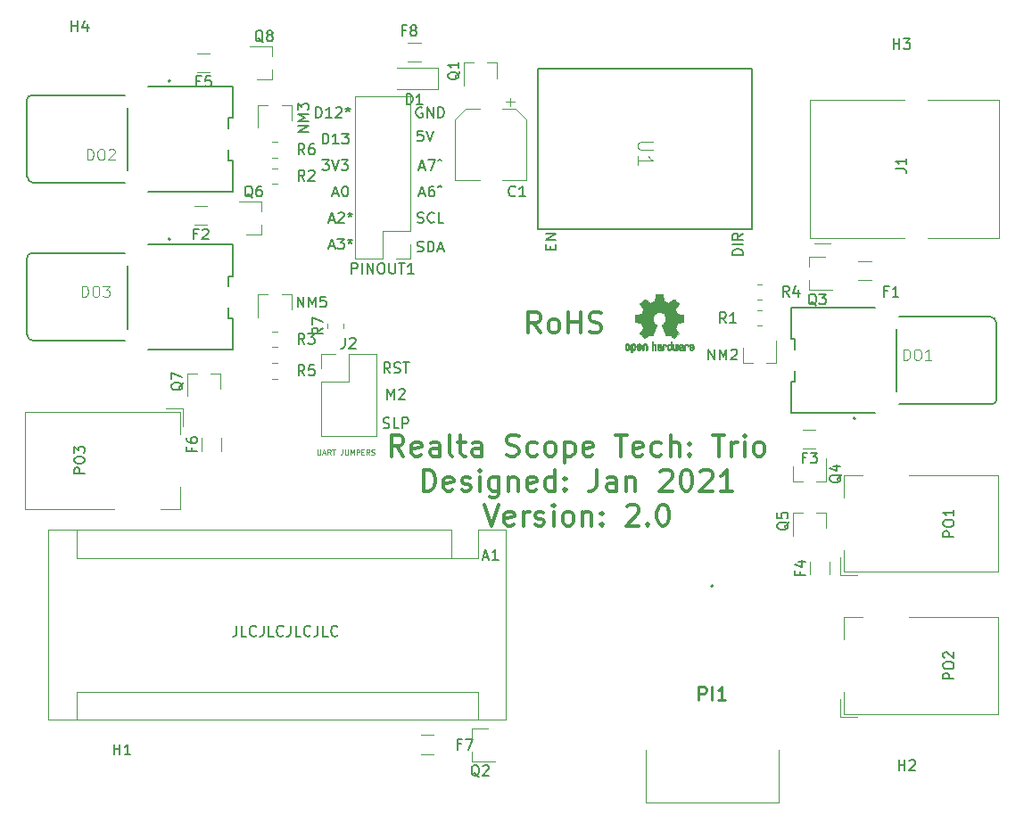
<source format=gbr>
%TF.GenerationSoftware,KiCad,Pcbnew,(5.1.8)-1*%
%TF.CreationDate,2021-03-13T21:34:25+00:00*%
%TF.ProjectId,Trio,5472696f-2e6b-4696-9361-645f70636258,rev?*%
%TF.SameCoordinates,Original*%
%TF.FileFunction,Legend,Top*%
%TF.FilePolarity,Positive*%
%FSLAX46Y46*%
G04 Gerber Fmt 4.6, Leading zero omitted, Abs format (unit mm)*
G04 Created by KiCad (PCBNEW (5.1.8)-1) date 2021-03-13 21:34:25*
%MOMM*%
%LPD*%
G01*
G04 APERTURE LIST*
%ADD10C,0.150000*%
%ADD11C,0.125000*%
%ADD12C,0.300000*%
%ADD13C,0.120000*%
%ADD14C,0.127000*%
%ADD15C,0.200000*%
%ADD16C,0.010000*%
%ADD17C,0.100000*%
%ADD18C,0.015000*%
%ADD19C,0.254000*%
G04 APERTURE END LIST*
D10*
X119880952Y-129202380D02*
X119880952Y-129916666D01*
X119833333Y-130059523D01*
X119738095Y-130154761D01*
X119595238Y-130202380D01*
X119500000Y-130202380D01*
X120833333Y-130202380D02*
X120357142Y-130202380D01*
X120357142Y-129202380D01*
X121738095Y-130107142D02*
X121690476Y-130154761D01*
X121547619Y-130202380D01*
X121452380Y-130202380D01*
X121309523Y-130154761D01*
X121214285Y-130059523D01*
X121166666Y-129964285D01*
X121119047Y-129773809D01*
X121119047Y-129630952D01*
X121166666Y-129440476D01*
X121214285Y-129345238D01*
X121309523Y-129250000D01*
X121452380Y-129202380D01*
X121547619Y-129202380D01*
X121690476Y-129250000D01*
X121738095Y-129297619D01*
X122452380Y-129202380D02*
X122452380Y-129916666D01*
X122404761Y-130059523D01*
X122309523Y-130154761D01*
X122166666Y-130202380D01*
X122071428Y-130202380D01*
X123404761Y-130202380D02*
X122928571Y-130202380D01*
X122928571Y-129202380D01*
X124309523Y-130107142D02*
X124261904Y-130154761D01*
X124119047Y-130202380D01*
X124023809Y-130202380D01*
X123880952Y-130154761D01*
X123785714Y-130059523D01*
X123738095Y-129964285D01*
X123690476Y-129773809D01*
X123690476Y-129630952D01*
X123738095Y-129440476D01*
X123785714Y-129345238D01*
X123880952Y-129250000D01*
X124023809Y-129202380D01*
X124119047Y-129202380D01*
X124261904Y-129250000D01*
X124309523Y-129297619D01*
X125023809Y-129202380D02*
X125023809Y-129916666D01*
X124976190Y-130059523D01*
X124880952Y-130154761D01*
X124738095Y-130202380D01*
X124642857Y-130202380D01*
X125976190Y-130202380D02*
X125500000Y-130202380D01*
X125500000Y-129202380D01*
X126880952Y-130107142D02*
X126833333Y-130154761D01*
X126690476Y-130202380D01*
X126595238Y-130202380D01*
X126452380Y-130154761D01*
X126357142Y-130059523D01*
X126309523Y-129964285D01*
X126261904Y-129773809D01*
X126261904Y-129630952D01*
X126309523Y-129440476D01*
X126357142Y-129345238D01*
X126452380Y-129250000D01*
X126595238Y-129202380D01*
X126690476Y-129202380D01*
X126833333Y-129250000D01*
X126880952Y-129297619D01*
X127595238Y-129202380D02*
X127595238Y-129916666D01*
X127547619Y-130059523D01*
X127452380Y-130154761D01*
X127309523Y-130202380D01*
X127214285Y-130202380D01*
X128547619Y-130202380D02*
X128071428Y-130202380D01*
X128071428Y-129202380D01*
X129452380Y-130107142D02*
X129404761Y-130154761D01*
X129261904Y-130202380D01*
X129166666Y-130202380D01*
X129023809Y-130154761D01*
X128928571Y-130059523D01*
X128880952Y-129964285D01*
X128833333Y-129773809D01*
X128833333Y-129630952D01*
X128880952Y-129440476D01*
X128928571Y-129345238D01*
X129023809Y-129250000D01*
X129166666Y-129202380D01*
X129261904Y-129202380D01*
X129404761Y-129250000D01*
X129452380Y-129297619D01*
D11*
X127559523Y-112476190D02*
X127559523Y-112880952D01*
X127583333Y-112928571D01*
X127607142Y-112952380D01*
X127654761Y-112976190D01*
X127750000Y-112976190D01*
X127797619Y-112952380D01*
X127821428Y-112928571D01*
X127845238Y-112880952D01*
X127845238Y-112476190D01*
X128059523Y-112833333D02*
X128297619Y-112833333D01*
X128011904Y-112976190D02*
X128178571Y-112476190D01*
X128345238Y-112976190D01*
X128797619Y-112976190D02*
X128630952Y-112738095D01*
X128511904Y-112976190D02*
X128511904Y-112476190D01*
X128702380Y-112476190D01*
X128750000Y-112500000D01*
X128773809Y-112523809D01*
X128797619Y-112571428D01*
X128797619Y-112642857D01*
X128773809Y-112690476D01*
X128750000Y-112714285D01*
X128702380Y-112738095D01*
X128511904Y-112738095D01*
X128940476Y-112476190D02*
X129226190Y-112476190D01*
X129083333Y-112976190D02*
X129083333Y-112476190D01*
X129916666Y-112476190D02*
X129916666Y-112833333D01*
X129892857Y-112904761D01*
X129845238Y-112952380D01*
X129773809Y-112976190D01*
X129726190Y-112976190D01*
X130154761Y-112476190D02*
X130154761Y-112880952D01*
X130178571Y-112928571D01*
X130202380Y-112952380D01*
X130250000Y-112976190D01*
X130345238Y-112976190D01*
X130392857Y-112952380D01*
X130416666Y-112928571D01*
X130440476Y-112880952D01*
X130440476Y-112476190D01*
X130678571Y-112976190D02*
X130678571Y-112476190D01*
X130845238Y-112833333D01*
X131011904Y-112476190D01*
X131011904Y-112976190D01*
X131250000Y-112976190D02*
X131250000Y-112476190D01*
X131440476Y-112476190D01*
X131488095Y-112500000D01*
X131511904Y-112523809D01*
X131535714Y-112571428D01*
X131535714Y-112642857D01*
X131511904Y-112690476D01*
X131488095Y-112714285D01*
X131440476Y-112738095D01*
X131250000Y-112738095D01*
X131750000Y-112714285D02*
X131916666Y-112714285D01*
X131988095Y-112976190D02*
X131750000Y-112976190D01*
X131750000Y-112476190D01*
X131988095Y-112476190D01*
X132488095Y-112976190D02*
X132321428Y-112738095D01*
X132202380Y-112976190D02*
X132202380Y-112476190D01*
X132392857Y-112476190D01*
X132440476Y-112500000D01*
X132464285Y-112523809D01*
X132488095Y-112571428D01*
X132488095Y-112642857D01*
X132464285Y-112690476D01*
X132440476Y-112714285D01*
X132392857Y-112738095D01*
X132202380Y-112738095D01*
X132678571Y-112952380D02*
X132750000Y-112976190D01*
X132869047Y-112976190D01*
X132916666Y-112952380D01*
X132940476Y-112928571D01*
X132964285Y-112880952D01*
X132964285Y-112833333D01*
X132940476Y-112785714D01*
X132916666Y-112761904D01*
X132869047Y-112738095D01*
X132773809Y-112714285D01*
X132726190Y-112690476D01*
X132702380Y-112666666D01*
X132678571Y-112619047D01*
X132678571Y-112571428D01*
X132702380Y-112523809D01*
X132726190Y-112500000D01*
X132773809Y-112476190D01*
X132892857Y-112476190D01*
X132964285Y-112500000D01*
D10*
X133809523Y-110404761D02*
X133952380Y-110452380D01*
X134190476Y-110452380D01*
X134285714Y-110404761D01*
X134333333Y-110357142D01*
X134380952Y-110261904D01*
X134380952Y-110166666D01*
X134333333Y-110071428D01*
X134285714Y-110023809D01*
X134190476Y-109976190D01*
X134000000Y-109928571D01*
X133904761Y-109880952D01*
X133857142Y-109833333D01*
X133809523Y-109738095D01*
X133809523Y-109642857D01*
X133857142Y-109547619D01*
X133904761Y-109500000D01*
X134000000Y-109452380D01*
X134238095Y-109452380D01*
X134380952Y-109500000D01*
X135285714Y-110452380D02*
X134809523Y-110452380D01*
X134809523Y-109452380D01*
X135619047Y-110452380D02*
X135619047Y-109452380D01*
X136000000Y-109452380D01*
X136095238Y-109500000D01*
X136142857Y-109547619D01*
X136190476Y-109642857D01*
X136190476Y-109785714D01*
X136142857Y-109880952D01*
X136095238Y-109928571D01*
X136000000Y-109976190D01*
X135619047Y-109976190D01*
X134190476Y-107702380D02*
X134190476Y-106702380D01*
X134523809Y-107416666D01*
X134857142Y-106702380D01*
X134857142Y-107702380D01*
X135285714Y-106797619D02*
X135333333Y-106750000D01*
X135428571Y-106702380D01*
X135666666Y-106702380D01*
X135761904Y-106750000D01*
X135809523Y-106797619D01*
X135857142Y-106892857D01*
X135857142Y-106988095D01*
X135809523Y-107130952D01*
X135238095Y-107702380D01*
X135857142Y-107702380D01*
X134452380Y-105202380D02*
X134119047Y-104726190D01*
X133880952Y-105202380D02*
X133880952Y-104202380D01*
X134261904Y-104202380D01*
X134357142Y-104250000D01*
X134404761Y-104297619D01*
X134452380Y-104392857D01*
X134452380Y-104535714D01*
X134404761Y-104630952D01*
X134357142Y-104678571D01*
X134261904Y-104726190D01*
X133880952Y-104726190D01*
X134833333Y-105154761D02*
X134976190Y-105202380D01*
X135214285Y-105202380D01*
X135309523Y-105154761D01*
X135357142Y-105107142D01*
X135404761Y-105011904D01*
X135404761Y-104916666D01*
X135357142Y-104821428D01*
X135309523Y-104773809D01*
X135214285Y-104726190D01*
X135023809Y-104678571D01*
X134928571Y-104630952D01*
X134880952Y-104583333D01*
X134833333Y-104488095D01*
X134833333Y-104392857D01*
X134880952Y-104297619D01*
X134928571Y-104250000D01*
X135023809Y-104202380D01*
X135261904Y-104202380D01*
X135404761Y-104250000D01*
X135690476Y-104202380D02*
X136261904Y-104202380D01*
X135976190Y-105202380D02*
X135976190Y-104202380D01*
X167952380Y-94000000D02*
X166952380Y-94000000D01*
X166952380Y-93761904D01*
X167000000Y-93619047D01*
X167095238Y-93523809D01*
X167190476Y-93476190D01*
X167380952Y-93428571D01*
X167523809Y-93428571D01*
X167714285Y-93476190D01*
X167809523Y-93523809D01*
X167904761Y-93619047D01*
X167952380Y-93761904D01*
X167952380Y-94000000D01*
X167952380Y-93000000D02*
X166952380Y-93000000D01*
X167952380Y-91952380D02*
X167476190Y-92285714D01*
X167952380Y-92523809D02*
X166952380Y-92523809D01*
X166952380Y-92142857D01*
X167000000Y-92047619D01*
X167047619Y-92000000D01*
X167142857Y-91952380D01*
X167285714Y-91952380D01*
X167380952Y-92000000D01*
X167428571Y-92047619D01*
X167476190Y-92142857D01*
X167476190Y-92523809D01*
X149678571Y-93488095D02*
X149678571Y-93154761D01*
X150202380Y-93011904D02*
X150202380Y-93488095D01*
X149202380Y-93488095D01*
X149202380Y-93011904D01*
X150202380Y-92583333D02*
X149202380Y-92583333D01*
X150202380Y-92011904D01*
X149202380Y-92011904D01*
X137035714Y-93654761D02*
X137178571Y-93702380D01*
X137416666Y-93702380D01*
X137511904Y-93654761D01*
X137559523Y-93607142D01*
X137607142Y-93511904D01*
X137607142Y-93416666D01*
X137559523Y-93321428D01*
X137511904Y-93273809D01*
X137416666Y-93226190D01*
X137226190Y-93178571D01*
X137130952Y-93130952D01*
X137083333Y-93083333D01*
X137035714Y-92988095D01*
X137035714Y-92892857D01*
X137083333Y-92797619D01*
X137130952Y-92750000D01*
X137226190Y-92702380D01*
X137464285Y-92702380D01*
X137607142Y-92750000D01*
X138035714Y-93702380D02*
X138035714Y-92702380D01*
X138273809Y-92702380D01*
X138416666Y-92750000D01*
X138511904Y-92845238D01*
X138559523Y-92940476D01*
X138607142Y-93130952D01*
X138607142Y-93273809D01*
X138559523Y-93464285D01*
X138511904Y-93559523D01*
X138416666Y-93654761D01*
X138273809Y-93702380D01*
X138035714Y-93702380D01*
X138988095Y-93416666D02*
X139464285Y-93416666D01*
X138892857Y-93702380D02*
X139226190Y-92702380D01*
X139559523Y-93702380D01*
X137059523Y-90904761D02*
X137202380Y-90952380D01*
X137440476Y-90952380D01*
X137535714Y-90904761D01*
X137583333Y-90857142D01*
X137630952Y-90761904D01*
X137630952Y-90666666D01*
X137583333Y-90571428D01*
X137535714Y-90523809D01*
X137440476Y-90476190D01*
X137250000Y-90428571D01*
X137154761Y-90380952D01*
X137107142Y-90333333D01*
X137059523Y-90238095D01*
X137059523Y-90142857D01*
X137107142Y-90047619D01*
X137154761Y-90000000D01*
X137250000Y-89952380D01*
X137488095Y-89952380D01*
X137630952Y-90000000D01*
X138630952Y-90857142D02*
X138583333Y-90904761D01*
X138440476Y-90952380D01*
X138345238Y-90952380D01*
X138202380Y-90904761D01*
X138107142Y-90809523D01*
X138059523Y-90714285D01*
X138011904Y-90523809D01*
X138011904Y-90380952D01*
X138059523Y-90190476D01*
X138107142Y-90095238D01*
X138202380Y-90000000D01*
X138345238Y-89952380D01*
X138440476Y-89952380D01*
X138583333Y-90000000D01*
X138630952Y-90047619D01*
X139535714Y-90952380D02*
X139059523Y-90952380D01*
X139059523Y-89952380D01*
X137250000Y-88166666D02*
X137726190Y-88166666D01*
X137154761Y-88452380D02*
X137488095Y-87452380D01*
X137821428Y-88452380D01*
X138583333Y-87452380D02*
X138392857Y-87452380D01*
X138297619Y-87500000D01*
X138250000Y-87547619D01*
X138154761Y-87690476D01*
X138107142Y-87880952D01*
X138107142Y-88261904D01*
X138154761Y-88357142D01*
X138202380Y-88404761D01*
X138297619Y-88452380D01*
X138488095Y-88452380D01*
X138583333Y-88404761D01*
X138630952Y-88357142D01*
X138678571Y-88261904D01*
X138678571Y-88023809D01*
X138630952Y-87928571D01*
X138583333Y-87880952D01*
X138488095Y-87833333D01*
X138297619Y-87833333D01*
X138202380Y-87880952D01*
X138154761Y-87928571D01*
X138107142Y-88023809D01*
X138964285Y-87547619D02*
X139154761Y-87404761D01*
X139345238Y-87547619D01*
X137250000Y-85666666D02*
X137726190Y-85666666D01*
X137154761Y-85952380D02*
X137488095Y-84952380D01*
X137821428Y-85952380D01*
X138059523Y-84952380D02*
X138726190Y-84952380D01*
X138297619Y-85952380D01*
X138964285Y-85047619D02*
X139154761Y-84904761D01*
X139345238Y-85047619D01*
X137559523Y-82202380D02*
X137083333Y-82202380D01*
X137035714Y-82678571D01*
X137083333Y-82630952D01*
X137178571Y-82583333D01*
X137416666Y-82583333D01*
X137511904Y-82630952D01*
X137559523Y-82678571D01*
X137607142Y-82773809D01*
X137607142Y-83011904D01*
X137559523Y-83107142D01*
X137511904Y-83154761D01*
X137416666Y-83202380D01*
X137178571Y-83202380D01*
X137083333Y-83154761D01*
X137035714Y-83107142D01*
X137892857Y-82202380D02*
X138226190Y-83202380D01*
X138559523Y-82202380D01*
X137488095Y-80000000D02*
X137392857Y-79952380D01*
X137250000Y-79952380D01*
X137107142Y-80000000D01*
X137011904Y-80095238D01*
X136964285Y-80190476D01*
X136916666Y-80380952D01*
X136916666Y-80523809D01*
X136964285Y-80714285D01*
X137011904Y-80809523D01*
X137107142Y-80904761D01*
X137250000Y-80952380D01*
X137345238Y-80952380D01*
X137488095Y-80904761D01*
X137535714Y-80857142D01*
X137535714Y-80523809D01*
X137345238Y-80523809D01*
X137964285Y-80952380D02*
X137964285Y-79952380D01*
X138535714Y-80952380D01*
X138535714Y-79952380D01*
X139011904Y-80952380D02*
X139011904Y-79952380D01*
X139250000Y-79952380D01*
X139392857Y-80000000D01*
X139488095Y-80095238D01*
X139535714Y-80190476D01*
X139583333Y-80380952D01*
X139583333Y-80523809D01*
X139535714Y-80714285D01*
X139488095Y-80809523D01*
X139392857Y-80904761D01*
X139250000Y-80952380D01*
X139011904Y-80952380D01*
X128654761Y-93166666D02*
X129130952Y-93166666D01*
X128559523Y-93452380D02*
X128892857Y-92452380D01*
X129226190Y-93452380D01*
X129464285Y-92452380D02*
X130083333Y-92452380D01*
X129750000Y-92833333D01*
X129892857Y-92833333D01*
X129988095Y-92880952D01*
X130035714Y-92928571D01*
X130083333Y-93023809D01*
X130083333Y-93261904D01*
X130035714Y-93357142D01*
X129988095Y-93404761D01*
X129892857Y-93452380D01*
X129607142Y-93452380D01*
X129511904Y-93404761D01*
X129464285Y-93357142D01*
X130654761Y-92452380D02*
X130654761Y-92690476D01*
X130416666Y-92595238D02*
X130654761Y-92690476D01*
X130892857Y-92595238D01*
X130511904Y-92880952D02*
X130654761Y-92690476D01*
X130797619Y-92880952D01*
X128654761Y-90666666D02*
X129130952Y-90666666D01*
X128559523Y-90952380D02*
X128892857Y-89952380D01*
X129226190Y-90952380D01*
X129511904Y-90047619D02*
X129559523Y-90000000D01*
X129654761Y-89952380D01*
X129892857Y-89952380D01*
X129988095Y-90000000D01*
X130035714Y-90047619D01*
X130083333Y-90142857D01*
X130083333Y-90238095D01*
X130035714Y-90380952D01*
X129464285Y-90952380D01*
X130083333Y-90952380D01*
X130654761Y-89952380D02*
X130654761Y-90190476D01*
X130416666Y-90095238D02*
X130654761Y-90190476D01*
X130892857Y-90095238D01*
X130511904Y-90380952D02*
X130654761Y-90190476D01*
X130797619Y-90380952D01*
X129035714Y-88166666D02*
X129511904Y-88166666D01*
X128940476Y-88452380D02*
X129273809Y-87452380D01*
X129607142Y-88452380D01*
X130130952Y-87452380D02*
X130226190Y-87452380D01*
X130321428Y-87500000D01*
X130369047Y-87547619D01*
X130416666Y-87642857D01*
X130464285Y-87833333D01*
X130464285Y-88071428D01*
X130416666Y-88261904D01*
X130369047Y-88357142D01*
X130321428Y-88404761D01*
X130226190Y-88452380D01*
X130130952Y-88452380D01*
X130035714Y-88404761D01*
X129988095Y-88357142D01*
X129940476Y-88261904D01*
X129892857Y-88071428D01*
X129892857Y-87833333D01*
X129940476Y-87642857D01*
X129988095Y-87547619D01*
X130035714Y-87500000D01*
X130130952Y-87452380D01*
X128011904Y-84952380D02*
X128630952Y-84952380D01*
X128297619Y-85333333D01*
X128440476Y-85333333D01*
X128535714Y-85380952D01*
X128583333Y-85428571D01*
X128630952Y-85523809D01*
X128630952Y-85761904D01*
X128583333Y-85857142D01*
X128535714Y-85904761D01*
X128440476Y-85952380D01*
X128154761Y-85952380D01*
X128059523Y-85904761D01*
X128011904Y-85857142D01*
X128916666Y-84952380D02*
X129250000Y-85952380D01*
X129583333Y-84952380D01*
X129821428Y-84952380D02*
X130440476Y-84952380D01*
X130107142Y-85333333D01*
X130250000Y-85333333D01*
X130345238Y-85380952D01*
X130392857Y-85428571D01*
X130440476Y-85523809D01*
X130440476Y-85761904D01*
X130392857Y-85857142D01*
X130345238Y-85904761D01*
X130250000Y-85952380D01*
X129964285Y-85952380D01*
X129869047Y-85904761D01*
X129821428Y-85857142D01*
X128035714Y-83452380D02*
X128035714Y-82452380D01*
X128273809Y-82452380D01*
X128416666Y-82500000D01*
X128511904Y-82595238D01*
X128559523Y-82690476D01*
X128607142Y-82880952D01*
X128607142Y-83023809D01*
X128559523Y-83214285D01*
X128511904Y-83309523D01*
X128416666Y-83404761D01*
X128273809Y-83452380D01*
X128035714Y-83452380D01*
X129559523Y-83452380D02*
X128988095Y-83452380D01*
X129273809Y-83452380D02*
X129273809Y-82452380D01*
X129178571Y-82595238D01*
X129083333Y-82690476D01*
X128988095Y-82738095D01*
X129892857Y-82452380D02*
X130511904Y-82452380D01*
X130178571Y-82833333D01*
X130321428Y-82833333D01*
X130416666Y-82880952D01*
X130464285Y-82928571D01*
X130511904Y-83023809D01*
X130511904Y-83261904D01*
X130464285Y-83357142D01*
X130416666Y-83404761D01*
X130321428Y-83452380D01*
X130035714Y-83452380D01*
X129940476Y-83404761D01*
X129892857Y-83357142D01*
X127404761Y-80952380D02*
X127404761Y-79952380D01*
X127642857Y-79952380D01*
X127785714Y-80000000D01*
X127880952Y-80095238D01*
X127928571Y-80190476D01*
X127976190Y-80380952D01*
X127976190Y-80523809D01*
X127928571Y-80714285D01*
X127880952Y-80809523D01*
X127785714Y-80904761D01*
X127642857Y-80952380D01*
X127404761Y-80952380D01*
X128928571Y-80952380D02*
X128357142Y-80952380D01*
X128642857Y-80952380D02*
X128642857Y-79952380D01*
X128547619Y-80095238D01*
X128452380Y-80190476D01*
X128357142Y-80238095D01*
X129309523Y-80047619D02*
X129357142Y-80000000D01*
X129452380Y-79952380D01*
X129690476Y-79952380D01*
X129785714Y-80000000D01*
X129833333Y-80047619D01*
X129880952Y-80142857D01*
X129880952Y-80238095D01*
X129833333Y-80380952D01*
X129261904Y-80952380D01*
X129880952Y-80952380D01*
X130452380Y-79952380D02*
X130452380Y-80190476D01*
X130214285Y-80095238D02*
X130452380Y-80190476D01*
X130690476Y-80095238D01*
X130309523Y-80380952D02*
X130452380Y-80190476D01*
X130595238Y-80380952D01*
D12*
X148714285Y-101404761D02*
X148047619Y-100452380D01*
X147571428Y-101404761D02*
X147571428Y-99404761D01*
X148333333Y-99404761D01*
X148523809Y-99500000D01*
X148619047Y-99595238D01*
X148714285Y-99785714D01*
X148714285Y-100071428D01*
X148619047Y-100261904D01*
X148523809Y-100357142D01*
X148333333Y-100452380D01*
X147571428Y-100452380D01*
X149857142Y-101404761D02*
X149666666Y-101309523D01*
X149571428Y-101214285D01*
X149476190Y-101023809D01*
X149476190Y-100452380D01*
X149571428Y-100261904D01*
X149666666Y-100166666D01*
X149857142Y-100071428D01*
X150142857Y-100071428D01*
X150333333Y-100166666D01*
X150428571Y-100261904D01*
X150523809Y-100452380D01*
X150523809Y-101023809D01*
X150428571Y-101214285D01*
X150333333Y-101309523D01*
X150142857Y-101404761D01*
X149857142Y-101404761D01*
X151380952Y-101404761D02*
X151380952Y-99404761D01*
X151380952Y-100357142D02*
X152523809Y-100357142D01*
X152523809Y-101404761D02*
X152523809Y-99404761D01*
X153380952Y-101309523D02*
X153666666Y-101404761D01*
X154142857Y-101404761D01*
X154333333Y-101309523D01*
X154428571Y-101214285D01*
X154523809Y-101023809D01*
X154523809Y-100833333D01*
X154428571Y-100642857D01*
X154333333Y-100547619D01*
X154142857Y-100452380D01*
X153761904Y-100357142D01*
X153571428Y-100261904D01*
X153476190Y-100166666D01*
X153380952Y-99976190D01*
X153380952Y-99785714D01*
X153476190Y-99595238D01*
X153571428Y-99500000D01*
X153761904Y-99404761D01*
X154238095Y-99404761D01*
X154523809Y-99500000D01*
X135726190Y-113104761D02*
X135059523Y-112152380D01*
X134583333Y-113104761D02*
X134583333Y-111104761D01*
X135345238Y-111104761D01*
X135535714Y-111200000D01*
X135630952Y-111295238D01*
X135726190Y-111485714D01*
X135726190Y-111771428D01*
X135630952Y-111961904D01*
X135535714Y-112057142D01*
X135345238Y-112152380D01*
X134583333Y-112152380D01*
X137345238Y-113009523D02*
X137154761Y-113104761D01*
X136773809Y-113104761D01*
X136583333Y-113009523D01*
X136488095Y-112819047D01*
X136488095Y-112057142D01*
X136583333Y-111866666D01*
X136773809Y-111771428D01*
X137154761Y-111771428D01*
X137345238Y-111866666D01*
X137440476Y-112057142D01*
X137440476Y-112247619D01*
X136488095Y-112438095D01*
X139154761Y-113104761D02*
X139154761Y-112057142D01*
X139059523Y-111866666D01*
X138869047Y-111771428D01*
X138488095Y-111771428D01*
X138297619Y-111866666D01*
X139154761Y-113009523D02*
X138964285Y-113104761D01*
X138488095Y-113104761D01*
X138297619Y-113009523D01*
X138202380Y-112819047D01*
X138202380Y-112628571D01*
X138297619Y-112438095D01*
X138488095Y-112342857D01*
X138964285Y-112342857D01*
X139154761Y-112247619D01*
X140392857Y-113104761D02*
X140202380Y-113009523D01*
X140107142Y-112819047D01*
X140107142Y-111104761D01*
X140869047Y-111771428D02*
X141630952Y-111771428D01*
X141154761Y-111104761D02*
X141154761Y-112819047D01*
X141250000Y-113009523D01*
X141440476Y-113104761D01*
X141630952Y-113104761D01*
X143154761Y-113104761D02*
X143154761Y-112057142D01*
X143059523Y-111866666D01*
X142869047Y-111771428D01*
X142488095Y-111771428D01*
X142297619Y-111866666D01*
X143154761Y-113009523D02*
X142964285Y-113104761D01*
X142488095Y-113104761D01*
X142297619Y-113009523D01*
X142202380Y-112819047D01*
X142202380Y-112628571D01*
X142297619Y-112438095D01*
X142488095Y-112342857D01*
X142964285Y-112342857D01*
X143154761Y-112247619D01*
X145535714Y-113009523D02*
X145821428Y-113104761D01*
X146297619Y-113104761D01*
X146488095Y-113009523D01*
X146583333Y-112914285D01*
X146678571Y-112723809D01*
X146678571Y-112533333D01*
X146583333Y-112342857D01*
X146488095Y-112247619D01*
X146297619Y-112152380D01*
X145916666Y-112057142D01*
X145726190Y-111961904D01*
X145630952Y-111866666D01*
X145535714Y-111676190D01*
X145535714Y-111485714D01*
X145630952Y-111295238D01*
X145726190Y-111200000D01*
X145916666Y-111104761D01*
X146392857Y-111104761D01*
X146678571Y-111200000D01*
X148392857Y-113009523D02*
X148202380Y-113104761D01*
X147821428Y-113104761D01*
X147630952Y-113009523D01*
X147535714Y-112914285D01*
X147440476Y-112723809D01*
X147440476Y-112152380D01*
X147535714Y-111961904D01*
X147630952Y-111866666D01*
X147821428Y-111771428D01*
X148202380Y-111771428D01*
X148392857Y-111866666D01*
X149535714Y-113104761D02*
X149345238Y-113009523D01*
X149250000Y-112914285D01*
X149154761Y-112723809D01*
X149154761Y-112152380D01*
X149250000Y-111961904D01*
X149345238Y-111866666D01*
X149535714Y-111771428D01*
X149821428Y-111771428D01*
X150011904Y-111866666D01*
X150107142Y-111961904D01*
X150202380Y-112152380D01*
X150202380Y-112723809D01*
X150107142Y-112914285D01*
X150011904Y-113009523D01*
X149821428Y-113104761D01*
X149535714Y-113104761D01*
X151059523Y-111771428D02*
X151059523Y-113771428D01*
X151059523Y-111866666D02*
X151250000Y-111771428D01*
X151630952Y-111771428D01*
X151821428Y-111866666D01*
X151916666Y-111961904D01*
X152011904Y-112152380D01*
X152011904Y-112723809D01*
X151916666Y-112914285D01*
X151821428Y-113009523D01*
X151630952Y-113104761D01*
X151250000Y-113104761D01*
X151059523Y-113009523D01*
X153630952Y-113009523D02*
X153440476Y-113104761D01*
X153059523Y-113104761D01*
X152869047Y-113009523D01*
X152773809Y-112819047D01*
X152773809Y-112057142D01*
X152869047Y-111866666D01*
X153059523Y-111771428D01*
X153440476Y-111771428D01*
X153630952Y-111866666D01*
X153726190Y-112057142D01*
X153726190Y-112247619D01*
X152773809Y-112438095D01*
X155821428Y-111104761D02*
X156964285Y-111104761D01*
X156392857Y-113104761D02*
X156392857Y-111104761D01*
X158392857Y-113009523D02*
X158202380Y-113104761D01*
X157821428Y-113104761D01*
X157630952Y-113009523D01*
X157535714Y-112819047D01*
X157535714Y-112057142D01*
X157630952Y-111866666D01*
X157821428Y-111771428D01*
X158202380Y-111771428D01*
X158392857Y-111866666D01*
X158488095Y-112057142D01*
X158488095Y-112247619D01*
X157535714Y-112438095D01*
X160202380Y-113009523D02*
X160011904Y-113104761D01*
X159630952Y-113104761D01*
X159440476Y-113009523D01*
X159345238Y-112914285D01*
X159250000Y-112723809D01*
X159250000Y-112152380D01*
X159345238Y-111961904D01*
X159440476Y-111866666D01*
X159630952Y-111771428D01*
X160011904Y-111771428D01*
X160202380Y-111866666D01*
X161059523Y-113104761D02*
X161059523Y-111104761D01*
X161916666Y-113104761D02*
X161916666Y-112057142D01*
X161821428Y-111866666D01*
X161630952Y-111771428D01*
X161345238Y-111771428D01*
X161154761Y-111866666D01*
X161059523Y-111961904D01*
X162869047Y-112914285D02*
X162964285Y-113009523D01*
X162869047Y-113104761D01*
X162773809Y-113009523D01*
X162869047Y-112914285D01*
X162869047Y-113104761D01*
X162869047Y-111866666D02*
X162964285Y-111961904D01*
X162869047Y-112057142D01*
X162773809Y-111961904D01*
X162869047Y-111866666D01*
X162869047Y-112057142D01*
X165059523Y-111104761D02*
X166202380Y-111104761D01*
X165630952Y-113104761D02*
X165630952Y-111104761D01*
X166869047Y-113104761D02*
X166869047Y-111771428D01*
X166869047Y-112152380D02*
X166964285Y-111961904D01*
X167059523Y-111866666D01*
X167249999Y-111771428D01*
X167440476Y-111771428D01*
X168107142Y-113104761D02*
X168107142Y-111771428D01*
X168107142Y-111104761D02*
X168011904Y-111200000D01*
X168107142Y-111295238D01*
X168202380Y-111200000D01*
X168107142Y-111104761D01*
X168107142Y-111295238D01*
X169345238Y-113104761D02*
X169154761Y-113009523D01*
X169059523Y-112914285D01*
X168964285Y-112723809D01*
X168964285Y-112152380D01*
X169059523Y-111961904D01*
X169154761Y-111866666D01*
X169345238Y-111771428D01*
X169630952Y-111771428D01*
X169821428Y-111866666D01*
X169916666Y-111961904D01*
X170011904Y-112152380D01*
X170011904Y-112723809D01*
X169916666Y-112914285D01*
X169821428Y-113009523D01*
X169630952Y-113104761D01*
X169345238Y-113104761D01*
X137630952Y-116404761D02*
X137630952Y-114404761D01*
X138107142Y-114404761D01*
X138392857Y-114500000D01*
X138583333Y-114690476D01*
X138678571Y-114880952D01*
X138773809Y-115261904D01*
X138773809Y-115547619D01*
X138678571Y-115928571D01*
X138583333Y-116119047D01*
X138392857Y-116309523D01*
X138107142Y-116404761D01*
X137630952Y-116404761D01*
X140392857Y-116309523D02*
X140202380Y-116404761D01*
X139821428Y-116404761D01*
X139630952Y-116309523D01*
X139535714Y-116119047D01*
X139535714Y-115357142D01*
X139630952Y-115166666D01*
X139821428Y-115071428D01*
X140202380Y-115071428D01*
X140392857Y-115166666D01*
X140488095Y-115357142D01*
X140488095Y-115547619D01*
X139535714Y-115738095D01*
X141250000Y-116309523D02*
X141440476Y-116404761D01*
X141821428Y-116404761D01*
X142011904Y-116309523D01*
X142107142Y-116119047D01*
X142107142Y-116023809D01*
X142011904Y-115833333D01*
X141821428Y-115738095D01*
X141535714Y-115738095D01*
X141345238Y-115642857D01*
X141250000Y-115452380D01*
X141250000Y-115357142D01*
X141345238Y-115166666D01*
X141535714Y-115071428D01*
X141821428Y-115071428D01*
X142011904Y-115166666D01*
X142964285Y-116404761D02*
X142964285Y-115071428D01*
X142964285Y-114404761D02*
X142869047Y-114500000D01*
X142964285Y-114595238D01*
X143059523Y-114500000D01*
X142964285Y-114404761D01*
X142964285Y-114595238D01*
X144773809Y-115071428D02*
X144773809Y-116690476D01*
X144678571Y-116880952D01*
X144583333Y-116976190D01*
X144392857Y-117071428D01*
X144107142Y-117071428D01*
X143916666Y-116976190D01*
X144773809Y-116309523D02*
X144583333Y-116404761D01*
X144202380Y-116404761D01*
X144011904Y-116309523D01*
X143916666Y-116214285D01*
X143821428Y-116023809D01*
X143821428Y-115452380D01*
X143916666Y-115261904D01*
X144011904Y-115166666D01*
X144202380Y-115071428D01*
X144583333Y-115071428D01*
X144773809Y-115166666D01*
X145726190Y-115071428D02*
X145726190Y-116404761D01*
X145726190Y-115261904D02*
X145821428Y-115166666D01*
X146011904Y-115071428D01*
X146297619Y-115071428D01*
X146488095Y-115166666D01*
X146583333Y-115357142D01*
X146583333Y-116404761D01*
X148297619Y-116309523D02*
X148107142Y-116404761D01*
X147726190Y-116404761D01*
X147535714Y-116309523D01*
X147440476Y-116119047D01*
X147440476Y-115357142D01*
X147535714Y-115166666D01*
X147726190Y-115071428D01*
X148107142Y-115071428D01*
X148297619Y-115166666D01*
X148392857Y-115357142D01*
X148392857Y-115547619D01*
X147440476Y-115738095D01*
X150107142Y-116404761D02*
X150107142Y-114404761D01*
X150107142Y-116309523D02*
X149916666Y-116404761D01*
X149535714Y-116404761D01*
X149345238Y-116309523D01*
X149250000Y-116214285D01*
X149154761Y-116023809D01*
X149154761Y-115452380D01*
X149250000Y-115261904D01*
X149345238Y-115166666D01*
X149535714Y-115071428D01*
X149916666Y-115071428D01*
X150107142Y-115166666D01*
X151059523Y-116214285D02*
X151154761Y-116309523D01*
X151059523Y-116404761D01*
X150964285Y-116309523D01*
X151059523Y-116214285D01*
X151059523Y-116404761D01*
X151059523Y-115166666D02*
X151154761Y-115261904D01*
X151059523Y-115357142D01*
X150964285Y-115261904D01*
X151059523Y-115166666D01*
X151059523Y-115357142D01*
X154107142Y-114404761D02*
X154107142Y-115833333D01*
X154011904Y-116119047D01*
X153821428Y-116309523D01*
X153535714Y-116404761D01*
X153345238Y-116404761D01*
X155916666Y-116404761D02*
X155916666Y-115357142D01*
X155821428Y-115166666D01*
X155630952Y-115071428D01*
X155250000Y-115071428D01*
X155059523Y-115166666D01*
X155916666Y-116309523D02*
X155726190Y-116404761D01*
X155250000Y-116404761D01*
X155059523Y-116309523D01*
X154964285Y-116119047D01*
X154964285Y-115928571D01*
X155059523Y-115738095D01*
X155250000Y-115642857D01*
X155726190Y-115642857D01*
X155916666Y-115547619D01*
X156869047Y-115071428D02*
X156869047Y-116404761D01*
X156869047Y-115261904D02*
X156964285Y-115166666D01*
X157154761Y-115071428D01*
X157440476Y-115071428D01*
X157630952Y-115166666D01*
X157726190Y-115357142D01*
X157726190Y-116404761D01*
X160107142Y-114595238D02*
X160202380Y-114500000D01*
X160392857Y-114404761D01*
X160869047Y-114404761D01*
X161059523Y-114500000D01*
X161154761Y-114595238D01*
X161250000Y-114785714D01*
X161250000Y-114976190D01*
X161154761Y-115261904D01*
X160011904Y-116404761D01*
X161250000Y-116404761D01*
X162488095Y-114404761D02*
X162678571Y-114404761D01*
X162869047Y-114500000D01*
X162964285Y-114595238D01*
X163059523Y-114785714D01*
X163154761Y-115166666D01*
X163154761Y-115642857D01*
X163059523Y-116023809D01*
X162964285Y-116214285D01*
X162869047Y-116309523D01*
X162678571Y-116404761D01*
X162488095Y-116404761D01*
X162297619Y-116309523D01*
X162202380Y-116214285D01*
X162107142Y-116023809D01*
X162011904Y-115642857D01*
X162011904Y-115166666D01*
X162107142Y-114785714D01*
X162202380Y-114595238D01*
X162297619Y-114500000D01*
X162488095Y-114404761D01*
X163916666Y-114595238D02*
X164011904Y-114500000D01*
X164202380Y-114404761D01*
X164678571Y-114404761D01*
X164869047Y-114500000D01*
X164964285Y-114595238D01*
X165059523Y-114785714D01*
X165059523Y-114976190D01*
X164964285Y-115261904D01*
X163821428Y-116404761D01*
X165059523Y-116404761D01*
X166964285Y-116404761D02*
X165821428Y-116404761D01*
X166392857Y-116404761D02*
X166392857Y-114404761D01*
X166202380Y-114690476D01*
X166011904Y-114880952D01*
X165821428Y-114976190D01*
X143392857Y-117704761D02*
X144059523Y-119704761D01*
X144726190Y-117704761D01*
X146154761Y-119609523D02*
X145964285Y-119704761D01*
X145583333Y-119704761D01*
X145392857Y-119609523D01*
X145297619Y-119419047D01*
X145297619Y-118657142D01*
X145392857Y-118466666D01*
X145583333Y-118371428D01*
X145964285Y-118371428D01*
X146154761Y-118466666D01*
X146250000Y-118657142D01*
X146250000Y-118847619D01*
X145297619Y-119038095D01*
X147107142Y-119704761D02*
X147107142Y-118371428D01*
X147107142Y-118752380D02*
X147202380Y-118561904D01*
X147297619Y-118466666D01*
X147488095Y-118371428D01*
X147678571Y-118371428D01*
X148250000Y-119609523D02*
X148440476Y-119704761D01*
X148821428Y-119704761D01*
X149011904Y-119609523D01*
X149107142Y-119419047D01*
X149107142Y-119323809D01*
X149011904Y-119133333D01*
X148821428Y-119038095D01*
X148535714Y-119038095D01*
X148345238Y-118942857D01*
X148250000Y-118752380D01*
X148250000Y-118657142D01*
X148345238Y-118466666D01*
X148535714Y-118371428D01*
X148821428Y-118371428D01*
X149011904Y-118466666D01*
X149964285Y-119704761D02*
X149964285Y-118371428D01*
X149964285Y-117704761D02*
X149869047Y-117800000D01*
X149964285Y-117895238D01*
X150059523Y-117800000D01*
X149964285Y-117704761D01*
X149964285Y-117895238D01*
X151202380Y-119704761D02*
X151011904Y-119609523D01*
X150916666Y-119514285D01*
X150821428Y-119323809D01*
X150821428Y-118752380D01*
X150916666Y-118561904D01*
X151011904Y-118466666D01*
X151202380Y-118371428D01*
X151488095Y-118371428D01*
X151678571Y-118466666D01*
X151773809Y-118561904D01*
X151869047Y-118752380D01*
X151869047Y-119323809D01*
X151773809Y-119514285D01*
X151678571Y-119609523D01*
X151488095Y-119704761D01*
X151202380Y-119704761D01*
X152726190Y-118371428D02*
X152726190Y-119704761D01*
X152726190Y-118561904D02*
X152821428Y-118466666D01*
X153011904Y-118371428D01*
X153297619Y-118371428D01*
X153488095Y-118466666D01*
X153583333Y-118657142D01*
X153583333Y-119704761D01*
X154535714Y-119514285D02*
X154630952Y-119609523D01*
X154535714Y-119704761D01*
X154440476Y-119609523D01*
X154535714Y-119514285D01*
X154535714Y-119704761D01*
X154535714Y-118466666D02*
X154630952Y-118561904D01*
X154535714Y-118657142D01*
X154440476Y-118561904D01*
X154535714Y-118466666D01*
X154535714Y-118657142D01*
X156916666Y-117895238D02*
X157011904Y-117800000D01*
X157202380Y-117704761D01*
X157678571Y-117704761D01*
X157869047Y-117800000D01*
X157964285Y-117895238D01*
X158059523Y-118085714D01*
X158059523Y-118276190D01*
X157964285Y-118561904D01*
X156821428Y-119704761D01*
X158059523Y-119704761D01*
X158916666Y-119514285D02*
X159011904Y-119609523D01*
X158916666Y-119704761D01*
X158821428Y-119609523D01*
X158916666Y-119514285D01*
X158916666Y-119704761D01*
X160250000Y-117704761D02*
X160440476Y-117704761D01*
X160630952Y-117800000D01*
X160726190Y-117895238D01*
X160821428Y-118085714D01*
X160916666Y-118466666D01*
X160916666Y-118942857D01*
X160821428Y-119323809D01*
X160726190Y-119514285D01*
X160630952Y-119609523D01*
X160440476Y-119704761D01*
X160250000Y-119704761D01*
X160059523Y-119609523D01*
X159964285Y-119514285D01*
X159869047Y-119323809D01*
X159773809Y-118942857D01*
X159773809Y-118466666D01*
X159869047Y-118085714D01*
X159964285Y-117895238D01*
X160059523Y-117800000D01*
X160250000Y-117704761D01*
D13*
%TO.C,A1*%
X140230000Y-122770000D02*
X142770000Y-122770000D01*
X142770000Y-122770000D02*
X142770000Y-120100000D01*
X140230000Y-120100000D02*
X102000000Y-120100000D01*
X145440000Y-120100000D02*
X142770000Y-120100000D01*
X142770000Y-135470000D02*
X142770000Y-138140000D01*
X142770000Y-135470000D02*
X104670000Y-135470000D01*
X104670000Y-135470000D02*
X104670000Y-138140000D01*
X140230000Y-122770000D02*
X140230000Y-120100000D01*
X140230000Y-122770000D02*
X104670000Y-122770000D01*
X104670000Y-122770000D02*
X104670000Y-120100000D01*
X102000000Y-120100000D02*
X102000000Y-138140000D01*
X102000000Y-138140000D02*
X145440000Y-138140000D01*
X145440000Y-138140000D02*
X145440000Y-120100000D01*
%TO.C,Q8*%
X123260000Y-77330000D02*
X123260000Y-76400000D01*
X123260000Y-74170000D02*
X123260000Y-75100000D01*
X123260000Y-74170000D02*
X121100000Y-74170000D01*
X123260000Y-77330000D02*
X121800000Y-77330000D01*
%TO.C,Q7*%
X118330000Y-105240000D02*
X117400000Y-105240000D01*
X115170000Y-105240000D02*
X116100000Y-105240000D01*
X115170000Y-105240000D02*
X115170000Y-107400000D01*
X118330000Y-105240000D02*
X118330000Y-106700000D01*
%TO.C,Q6*%
X122260000Y-92080000D02*
X122260000Y-91150000D01*
X122260000Y-88920000D02*
X122260000Y-89850000D01*
X122260000Y-88920000D02*
X120100000Y-88920000D01*
X122260000Y-92080000D02*
X120800000Y-92080000D01*
%TO.C,Q5*%
X175830000Y-118490000D02*
X174900000Y-118490000D01*
X172670000Y-118490000D02*
X173600000Y-118490000D01*
X172670000Y-118490000D02*
X172670000Y-120650000D01*
X175830000Y-118490000D02*
X175830000Y-119950000D01*
%TO.C,Q4*%
X172670000Y-115510000D02*
X173600000Y-115510000D01*
X175830000Y-115510000D02*
X174900000Y-115510000D01*
X175830000Y-115510000D02*
X175830000Y-113350000D01*
X172670000Y-115510000D02*
X172670000Y-114050000D01*
%TO.C,Q3*%
X174240000Y-94170000D02*
X174240000Y-95100000D01*
X174240000Y-97330000D02*
X174240000Y-96400000D01*
X174240000Y-97330000D02*
X176400000Y-97330000D01*
X174240000Y-94170000D02*
X175700000Y-94170000D01*
%TO.C,F5*%
X117352064Y-76660000D02*
X116147936Y-76660000D01*
X117352064Y-74840000D02*
X116147936Y-74840000D01*
%TO.C,F2*%
X117102064Y-91160000D02*
X115897936Y-91160000D01*
X117102064Y-89340000D02*
X115897936Y-89340000D01*
%TO.C,D1*%
X139000000Y-78250000D02*
X139000000Y-76250000D01*
X139000000Y-76250000D02*
X135100000Y-76250000D01*
X139000000Y-78250000D02*
X135100000Y-78250000D01*
%TO.C,Q2*%
X142240000Y-138920000D02*
X142240000Y-139850000D01*
X142240000Y-142080000D02*
X142240000Y-141150000D01*
X142240000Y-142080000D02*
X144400000Y-142080000D01*
X142240000Y-138920000D02*
X143700000Y-138920000D01*
%TO.C,Q1*%
X144580000Y-75740000D02*
X143650000Y-75740000D01*
X141420000Y-75740000D02*
X142350000Y-75740000D01*
X141420000Y-75740000D02*
X141420000Y-77900000D01*
X144580000Y-75740000D02*
X144580000Y-77200000D01*
%TO.C,R7*%
X129985000Y-100977064D02*
X129985000Y-100522936D01*
X128515000Y-100977064D02*
X128515000Y-100522936D01*
%TO.C,J2*%
X127920000Y-103420000D02*
X129250000Y-103420000D01*
X127920000Y-104750000D02*
X127920000Y-103420000D01*
X130520000Y-103420000D02*
X133120000Y-103420000D01*
X130520000Y-106020000D02*
X130520000Y-103420000D01*
X127920000Y-106020000D02*
X130520000Y-106020000D01*
X133120000Y-103420000D02*
X133120000Y-111160000D01*
X127920000Y-106020000D02*
X127920000Y-111160000D01*
X127920000Y-111160000D02*
X133120000Y-111160000D01*
D14*
%TO.C,U1*%
X148447000Y-91540000D02*
X148447000Y-76300000D01*
X148447000Y-76300000D02*
X168767000Y-76300000D01*
X168767000Y-76300000D02*
X168767000Y-91540000D01*
X168767000Y-91540000D02*
X148447000Y-91540000D01*
D15*
X167597000Y-92220000D02*
G75*
G03*
X167597000Y-92220000I-100000J0D01*
G01*
D13*
%TO.C,PINOUT1*%
X136330000Y-94330000D02*
X135000000Y-94330000D01*
X136330000Y-93000000D02*
X136330000Y-94330000D01*
X133730000Y-94330000D02*
X131130000Y-94330000D01*
X133730000Y-91730000D02*
X133730000Y-94330000D01*
X136330000Y-91730000D02*
X133730000Y-91730000D01*
X131130000Y-94330000D02*
X131130000Y-78970000D01*
X136330000Y-91730000D02*
X136330000Y-78970000D01*
X136330000Y-78970000D02*
X131130000Y-78970000D01*
D16*
%TO.C,REF\u002A\u002A*%
G36*
X157599744Y-102419918D02*
G01*
X157655201Y-102447568D01*
X157704148Y-102498480D01*
X157717629Y-102517338D01*
X157732314Y-102542015D01*
X157741842Y-102568816D01*
X157747293Y-102604587D01*
X157749747Y-102656169D01*
X157750286Y-102724267D01*
X157747852Y-102817588D01*
X157739394Y-102887657D01*
X157723174Y-102939931D01*
X157697454Y-102979869D01*
X157660497Y-103012929D01*
X157657782Y-103014886D01*
X157621360Y-103034908D01*
X157577502Y-103044815D01*
X157521724Y-103047257D01*
X157431048Y-103047257D01*
X157431010Y-103135283D01*
X157430166Y-103184308D01*
X157425024Y-103213065D01*
X157411587Y-103230311D01*
X157385858Y-103244808D01*
X157379679Y-103247769D01*
X157350764Y-103261648D01*
X157328376Y-103270414D01*
X157311729Y-103271171D01*
X157300036Y-103261023D01*
X157292510Y-103237073D01*
X157288366Y-103196426D01*
X157286815Y-103136186D01*
X157287071Y-103053455D01*
X157288349Y-102945339D01*
X157288748Y-102913000D01*
X157290185Y-102801524D01*
X157291472Y-102728603D01*
X157430971Y-102728603D01*
X157431755Y-102790499D01*
X157435240Y-102830997D01*
X157443124Y-102857708D01*
X157457105Y-102878244D01*
X157466597Y-102888260D01*
X157505404Y-102917567D01*
X157539763Y-102919952D01*
X157575216Y-102895750D01*
X157576114Y-102894857D01*
X157590539Y-102876153D01*
X157599313Y-102850732D01*
X157603739Y-102811584D01*
X157605118Y-102751697D01*
X157605143Y-102738430D01*
X157601812Y-102655901D01*
X157590969Y-102598691D01*
X157571340Y-102563766D01*
X157541650Y-102548094D01*
X157524491Y-102546514D01*
X157483766Y-102553926D01*
X157455832Y-102578330D01*
X157439017Y-102622980D01*
X157431650Y-102691130D01*
X157430971Y-102728603D01*
X157291472Y-102728603D01*
X157291708Y-102715245D01*
X157293677Y-102650333D01*
X157296450Y-102602958D01*
X157300388Y-102569290D01*
X157305849Y-102545498D01*
X157313192Y-102527753D01*
X157322777Y-102512224D01*
X157326887Y-102506381D01*
X157381405Y-102451185D01*
X157450336Y-102419890D01*
X157530072Y-102411165D01*
X157599744Y-102419918D01*
G37*
X157599744Y-102419918D02*
X157655201Y-102447568D01*
X157704148Y-102498480D01*
X157717629Y-102517338D01*
X157732314Y-102542015D01*
X157741842Y-102568816D01*
X157747293Y-102604587D01*
X157749747Y-102656169D01*
X157750286Y-102724267D01*
X157747852Y-102817588D01*
X157739394Y-102887657D01*
X157723174Y-102939931D01*
X157697454Y-102979869D01*
X157660497Y-103012929D01*
X157657782Y-103014886D01*
X157621360Y-103034908D01*
X157577502Y-103044815D01*
X157521724Y-103047257D01*
X157431048Y-103047257D01*
X157431010Y-103135283D01*
X157430166Y-103184308D01*
X157425024Y-103213065D01*
X157411587Y-103230311D01*
X157385858Y-103244808D01*
X157379679Y-103247769D01*
X157350764Y-103261648D01*
X157328376Y-103270414D01*
X157311729Y-103271171D01*
X157300036Y-103261023D01*
X157292510Y-103237073D01*
X157288366Y-103196426D01*
X157286815Y-103136186D01*
X157287071Y-103053455D01*
X157288349Y-102945339D01*
X157288748Y-102913000D01*
X157290185Y-102801524D01*
X157291472Y-102728603D01*
X157430971Y-102728603D01*
X157431755Y-102790499D01*
X157435240Y-102830997D01*
X157443124Y-102857708D01*
X157457105Y-102878244D01*
X157466597Y-102888260D01*
X157505404Y-102917567D01*
X157539763Y-102919952D01*
X157575216Y-102895750D01*
X157576114Y-102894857D01*
X157590539Y-102876153D01*
X157599313Y-102850732D01*
X157603739Y-102811584D01*
X157605118Y-102751697D01*
X157605143Y-102738430D01*
X157601812Y-102655901D01*
X157590969Y-102598691D01*
X157571340Y-102563766D01*
X157541650Y-102548094D01*
X157524491Y-102546514D01*
X157483766Y-102553926D01*
X157455832Y-102578330D01*
X157439017Y-102622980D01*
X157431650Y-102691130D01*
X157430971Y-102728603D01*
X157291472Y-102728603D01*
X157291708Y-102715245D01*
X157293677Y-102650333D01*
X157296450Y-102602958D01*
X157300388Y-102569290D01*
X157305849Y-102545498D01*
X157313192Y-102527753D01*
X157322777Y-102512224D01*
X157326887Y-102506381D01*
X157381405Y-102451185D01*
X157450336Y-102419890D01*
X157530072Y-102411165D01*
X157599744Y-102419918D01*
G36*
X158716093Y-102427780D02*
G01*
X158762672Y-102454723D01*
X158795057Y-102481466D01*
X158818742Y-102509484D01*
X158835059Y-102543748D01*
X158845339Y-102589227D01*
X158850914Y-102650892D01*
X158853116Y-102733711D01*
X158853371Y-102793246D01*
X158853371Y-103012391D01*
X158791686Y-103040044D01*
X158730000Y-103067697D01*
X158722743Y-102827670D01*
X158719744Y-102738028D01*
X158716598Y-102672962D01*
X158712701Y-102628026D01*
X158707447Y-102598770D01*
X158700231Y-102580748D01*
X158690450Y-102569511D01*
X158687312Y-102567079D01*
X158639761Y-102548083D01*
X158591697Y-102555600D01*
X158563086Y-102575543D01*
X158551447Y-102589675D01*
X158543391Y-102608220D01*
X158538271Y-102636334D01*
X158535441Y-102679173D01*
X158534256Y-102741895D01*
X158534057Y-102807261D01*
X158534018Y-102889268D01*
X158532614Y-102947316D01*
X158527914Y-102986465D01*
X158517987Y-103011780D01*
X158500903Y-103028323D01*
X158474732Y-103041156D01*
X158439775Y-103054491D01*
X158401596Y-103069007D01*
X158406141Y-102811389D01*
X158407971Y-102718519D01*
X158410112Y-102649889D01*
X158413181Y-102600711D01*
X158417794Y-102566198D01*
X158424568Y-102541562D01*
X158434119Y-102522016D01*
X158445634Y-102504770D01*
X158501190Y-102449680D01*
X158568980Y-102417822D01*
X158642713Y-102410191D01*
X158716093Y-102427780D01*
G37*
X158716093Y-102427780D02*
X158762672Y-102454723D01*
X158795057Y-102481466D01*
X158818742Y-102509484D01*
X158835059Y-102543748D01*
X158845339Y-102589227D01*
X158850914Y-102650892D01*
X158853116Y-102733711D01*
X158853371Y-102793246D01*
X158853371Y-103012391D01*
X158791686Y-103040044D01*
X158730000Y-103067697D01*
X158722743Y-102827670D01*
X158719744Y-102738028D01*
X158716598Y-102672962D01*
X158712701Y-102628026D01*
X158707447Y-102598770D01*
X158700231Y-102580748D01*
X158690450Y-102569511D01*
X158687312Y-102567079D01*
X158639761Y-102548083D01*
X158591697Y-102555600D01*
X158563086Y-102575543D01*
X158551447Y-102589675D01*
X158543391Y-102608220D01*
X158538271Y-102636334D01*
X158535441Y-102679173D01*
X158534256Y-102741895D01*
X158534057Y-102807261D01*
X158534018Y-102889268D01*
X158532614Y-102947316D01*
X158527914Y-102986465D01*
X158517987Y-103011780D01*
X158500903Y-103028323D01*
X158474732Y-103041156D01*
X158439775Y-103054491D01*
X158401596Y-103069007D01*
X158406141Y-102811389D01*
X158407971Y-102718519D01*
X158410112Y-102649889D01*
X158413181Y-102600711D01*
X158417794Y-102566198D01*
X158424568Y-102541562D01*
X158434119Y-102522016D01*
X158445634Y-102504770D01*
X158501190Y-102449680D01*
X158568980Y-102417822D01*
X158642713Y-102410191D01*
X158716093Y-102427780D01*
G36*
X157041115Y-102421962D02*
G01*
X157109145Y-102457733D01*
X157159351Y-102515301D01*
X157177185Y-102552312D01*
X157191063Y-102607882D01*
X157198167Y-102678096D01*
X157198840Y-102754727D01*
X157193427Y-102829552D01*
X157182270Y-102894342D01*
X157165714Y-102940873D01*
X157160626Y-102948887D01*
X157100355Y-103008707D01*
X157028769Y-103044535D01*
X156951092Y-103055020D01*
X156872548Y-103038810D01*
X156850689Y-103029092D01*
X156808122Y-102999143D01*
X156770763Y-102959433D01*
X156767232Y-102954397D01*
X156752881Y-102930124D01*
X156743394Y-102904178D01*
X156737790Y-102870022D01*
X156735086Y-102821119D01*
X156734299Y-102750935D01*
X156734286Y-102735200D01*
X156734322Y-102730192D01*
X156879429Y-102730192D01*
X156880273Y-102796430D01*
X156883596Y-102840386D01*
X156890583Y-102868779D01*
X156902416Y-102888325D01*
X156908457Y-102894857D01*
X156943186Y-102919680D01*
X156976903Y-102918548D01*
X157010995Y-102897016D01*
X157031329Y-102874029D01*
X157043371Y-102840478D01*
X157050134Y-102787569D01*
X157050598Y-102781399D01*
X157051752Y-102685513D01*
X157039688Y-102614299D01*
X157014570Y-102568194D01*
X156976560Y-102547635D01*
X156962992Y-102546514D01*
X156927364Y-102552152D01*
X156902994Y-102571686D01*
X156888093Y-102609042D01*
X156880875Y-102668150D01*
X156879429Y-102730192D01*
X156734322Y-102730192D01*
X156734826Y-102660413D01*
X156737096Y-102608159D01*
X156742068Y-102571949D01*
X156750713Y-102545299D01*
X156764005Y-102521722D01*
X156766943Y-102517338D01*
X156816313Y-102458249D01*
X156870109Y-102423947D01*
X156935602Y-102410331D01*
X156957842Y-102409665D01*
X157041115Y-102421962D01*
G37*
X157041115Y-102421962D02*
X157109145Y-102457733D01*
X157159351Y-102515301D01*
X157177185Y-102552312D01*
X157191063Y-102607882D01*
X157198167Y-102678096D01*
X157198840Y-102754727D01*
X157193427Y-102829552D01*
X157182270Y-102894342D01*
X157165714Y-102940873D01*
X157160626Y-102948887D01*
X157100355Y-103008707D01*
X157028769Y-103044535D01*
X156951092Y-103055020D01*
X156872548Y-103038810D01*
X156850689Y-103029092D01*
X156808122Y-102999143D01*
X156770763Y-102959433D01*
X156767232Y-102954397D01*
X156752881Y-102930124D01*
X156743394Y-102904178D01*
X156737790Y-102870022D01*
X156735086Y-102821119D01*
X156734299Y-102750935D01*
X156734286Y-102735200D01*
X156734322Y-102730192D01*
X156879429Y-102730192D01*
X156880273Y-102796430D01*
X156883596Y-102840386D01*
X156890583Y-102868779D01*
X156902416Y-102888325D01*
X156908457Y-102894857D01*
X156943186Y-102919680D01*
X156976903Y-102918548D01*
X157010995Y-102897016D01*
X157031329Y-102874029D01*
X157043371Y-102840478D01*
X157050134Y-102787569D01*
X157050598Y-102781399D01*
X157051752Y-102685513D01*
X157039688Y-102614299D01*
X157014570Y-102568194D01*
X156976560Y-102547635D01*
X156962992Y-102546514D01*
X156927364Y-102552152D01*
X156902994Y-102571686D01*
X156888093Y-102609042D01*
X156880875Y-102668150D01*
X156879429Y-102730192D01*
X156734322Y-102730192D01*
X156734826Y-102660413D01*
X156737096Y-102608159D01*
X156742068Y-102571949D01*
X156750713Y-102545299D01*
X156764005Y-102521722D01*
X156766943Y-102517338D01*
X156816313Y-102458249D01*
X156870109Y-102423947D01*
X156935602Y-102410331D01*
X156957842Y-102409665D01*
X157041115Y-102421962D01*
G36*
X158168303Y-102431239D02*
G01*
X158225527Y-102469735D01*
X158269749Y-102525335D01*
X158296167Y-102596086D01*
X158301510Y-102648162D01*
X158300903Y-102669893D01*
X158295822Y-102686531D01*
X158281855Y-102701437D01*
X158254589Y-102717973D01*
X158209612Y-102739498D01*
X158142511Y-102769374D01*
X158142171Y-102769524D01*
X158080407Y-102797813D01*
X158029759Y-102822933D01*
X157995404Y-102842179D01*
X157982518Y-102852848D01*
X157982514Y-102852934D01*
X157993872Y-102876166D01*
X158020431Y-102901774D01*
X158050923Y-102920221D01*
X158066370Y-102923886D01*
X158108515Y-102911212D01*
X158144808Y-102879471D01*
X158162517Y-102844572D01*
X158179552Y-102818845D01*
X158212922Y-102789546D01*
X158252149Y-102764235D01*
X158286756Y-102750471D01*
X158293993Y-102749714D01*
X158302139Y-102762160D01*
X158302630Y-102793972D01*
X158296643Y-102836866D01*
X158285357Y-102882558D01*
X158269950Y-102922761D01*
X158269171Y-102924322D01*
X158222804Y-102989062D01*
X158162711Y-103033097D01*
X158094465Y-103054711D01*
X158023638Y-103052185D01*
X157955804Y-103023804D01*
X157952788Y-103021808D01*
X157899427Y-102973448D01*
X157864340Y-102910352D01*
X157844922Y-102827387D01*
X157842316Y-102804078D01*
X157837701Y-102694055D01*
X157843233Y-102642748D01*
X157982514Y-102642748D01*
X157984324Y-102674753D01*
X157994222Y-102684093D01*
X158018898Y-102677105D01*
X158057795Y-102660587D01*
X158101275Y-102639881D01*
X158102356Y-102639333D01*
X158139209Y-102619949D01*
X158154000Y-102607013D01*
X158150353Y-102593451D01*
X158134995Y-102575632D01*
X158095923Y-102549845D01*
X158053846Y-102547950D01*
X158016103Y-102566717D01*
X157990034Y-102602915D01*
X157982514Y-102642748D01*
X157843233Y-102642748D01*
X157847194Y-102606027D01*
X157871550Y-102536212D01*
X157905456Y-102487302D01*
X157966653Y-102437878D01*
X158034063Y-102413359D01*
X158102880Y-102411797D01*
X158168303Y-102431239D01*
G37*
X158168303Y-102431239D02*
X158225527Y-102469735D01*
X158269749Y-102525335D01*
X158296167Y-102596086D01*
X158301510Y-102648162D01*
X158300903Y-102669893D01*
X158295822Y-102686531D01*
X158281855Y-102701437D01*
X158254589Y-102717973D01*
X158209612Y-102739498D01*
X158142511Y-102769374D01*
X158142171Y-102769524D01*
X158080407Y-102797813D01*
X158029759Y-102822933D01*
X157995404Y-102842179D01*
X157982518Y-102852848D01*
X157982514Y-102852934D01*
X157993872Y-102876166D01*
X158020431Y-102901774D01*
X158050923Y-102920221D01*
X158066370Y-102923886D01*
X158108515Y-102911212D01*
X158144808Y-102879471D01*
X158162517Y-102844572D01*
X158179552Y-102818845D01*
X158212922Y-102789546D01*
X158252149Y-102764235D01*
X158286756Y-102750471D01*
X158293993Y-102749714D01*
X158302139Y-102762160D01*
X158302630Y-102793972D01*
X158296643Y-102836866D01*
X158285357Y-102882558D01*
X158269950Y-102922761D01*
X158269171Y-102924322D01*
X158222804Y-102989062D01*
X158162711Y-103033097D01*
X158094465Y-103054711D01*
X158023638Y-103052185D01*
X157955804Y-103023804D01*
X157952788Y-103021808D01*
X157899427Y-102973448D01*
X157864340Y-102910352D01*
X157844922Y-102827387D01*
X157842316Y-102804078D01*
X157837701Y-102694055D01*
X157843233Y-102642748D01*
X157982514Y-102642748D01*
X157984324Y-102674753D01*
X157994222Y-102684093D01*
X158018898Y-102677105D01*
X158057795Y-102660587D01*
X158101275Y-102639881D01*
X158102356Y-102639333D01*
X158139209Y-102619949D01*
X158154000Y-102607013D01*
X158150353Y-102593451D01*
X158134995Y-102575632D01*
X158095923Y-102549845D01*
X158053846Y-102547950D01*
X158016103Y-102566717D01*
X157990034Y-102602915D01*
X157982514Y-102642748D01*
X157843233Y-102642748D01*
X157847194Y-102606027D01*
X157871550Y-102536212D01*
X157905456Y-102487302D01*
X157966653Y-102437878D01*
X158034063Y-102413359D01*
X158102880Y-102411797D01*
X158168303Y-102431239D01*
G36*
X159375886Y-102351289D02*
G01*
X159380139Y-102410613D01*
X159385025Y-102445572D01*
X159391795Y-102460820D01*
X159401702Y-102461015D01*
X159404914Y-102459195D01*
X159447644Y-102446015D01*
X159503227Y-102446785D01*
X159559737Y-102460333D01*
X159595082Y-102477861D01*
X159631321Y-102505861D01*
X159657813Y-102537549D01*
X159675999Y-102577813D01*
X159687322Y-102631543D01*
X159693222Y-102703626D01*
X159695143Y-102798951D01*
X159695177Y-102817237D01*
X159695200Y-103022646D01*
X159649491Y-103038580D01*
X159617027Y-103049420D01*
X159599215Y-103054468D01*
X159598691Y-103054514D01*
X159596937Y-103040828D01*
X159595444Y-103003076D01*
X159594326Y-102946224D01*
X159593697Y-102875234D01*
X159593600Y-102832073D01*
X159593398Y-102746973D01*
X159592358Y-102685981D01*
X159589831Y-102644177D01*
X159585164Y-102616642D01*
X159577707Y-102598456D01*
X159566811Y-102584698D01*
X159560007Y-102578073D01*
X159513272Y-102551375D01*
X159462272Y-102549375D01*
X159416001Y-102571955D01*
X159407444Y-102580107D01*
X159394893Y-102595436D01*
X159386188Y-102613618D01*
X159380631Y-102639909D01*
X159377526Y-102679562D01*
X159376176Y-102737832D01*
X159375886Y-102818173D01*
X159375886Y-103022646D01*
X159330177Y-103038580D01*
X159297713Y-103049420D01*
X159279901Y-103054468D01*
X159279377Y-103054514D01*
X159278037Y-103040623D01*
X159276828Y-103001439D01*
X159275801Y-102940700D01*
X159275002Y-102862141D01*
X159274481Y-102769498D01*
X159274286Y-102666509D01*
X159274286Y-102269342D01*
X159321457Y-102249444D01*
X159368629Y-102229547D01*
X159375886Y-102351289D01*
G37*
X159375886Y-102351289D02*
X159380139Y-102410613D01*
X159385025Y-102445572D01*
X159391795Y-102460820D01*
X159401702Y-102461015D01*
X159404914Y-102459195D01*
X159447644Y-102446015D01*
X159503227Y-102446785D01*
X159559737Y-102460333D01*
X159595082Y-102477861D01*
X159631321Y-102505861D01*
X159657813Y-102537549D01*
X159675999Y-102577813D01*
X159687322Y-102631543D01*
X159693222Y-102703626D01*
X159695143Y-102798951D01*
X159695177Y-102817237D01*
X159695200Y-103022646D01*
X159649491Y-103038580D01*
X159617027Y-103049420D01*
X159599215Y-103054468D01*
X159598691Y-103054514D01*
X159596937Y-103040828D01*
X159595444Y-103003076D01*
X159594326Y-102946224D01*
X159593697Y-102875234D01*
X159593600Y-102832073D01*
X159593398Y-102746973D01*
X159592358Y-102685981D01*
X159589831Y-102644177D01*
X159585164Y-102616642D01*
X159577707Y-102598456D01*
X159566811Y-102584698D01*
X159560007Y-102578073D01*
X159513272Y-102551375D01*
X159462272Y-102549375D01*
X159416001Y-102571955D01*
X159407444Y-102580107D01*
X159394893Y-102595436D01*
X159386188Y-102613618D01*
X159380631Y-102639909D01*
X159377526Y-102679562D01*
X159376176Y-102737832D01*
X159375886Y-102818173D01*
X159375886Y-103022646D01*
X159330177Y-103038580D01*
X159297713Y-103049420D01*
X159279901Y-103054468D01*
X159279377Y-103054514D01*
X159278037Y-103040623D01*
X159276828Y-103001439D01*
X159275801Y-102940700D01*
X159275002Y-102862141D01*
X159274481Y-102769498D01*
X159274286Y-102666509D01*
X159274286Y-102269342D01*
X159321457Y-102249444D01*
X159368629Y-102229547D01*
X159375886Y-102351289D01*
G36*
X160039744Y-102450968D02*
G01*
X160096616Y-102472087D01*
X160097267Y-102472493D01*
X160132440Y-102498380D01*
X160158407Y-102528633D01*
X160176670Y-102568058D01*
X160188732Y-102621462D01*
X160196096Y-102693651D01*
X160200264Y-102789432D01*
X160200629Y-102803078D01*
X160205876Y-103008842D01*
X160161716Y-103031678D01*
X160129763Y-103047110D01*
X160110470Y-103054423D01*
X160109578Y-103054514D01*
X160106239Y-103041022D01*
X160103587Y-103004626D01*
X160101956Y-102951452D01*
X160101600Y-102908393D01*
X160101592Y-102838641D01*
X160098403Y-102794837D01*
X160087288Y-102773944D01*
X160063501Y-102772925D01*
X160022296Y-102788741D01*
X159960086Y-102817815D01*
X159914341Y-102841963D01*
X159890813Y-102862913D01*
X159883896Y-102885747D01*
X159883886Y-102886877D01*
X159895299Y-102926212D01*
X159929092Y-102947462D01*
X159980809Y-102950539D01*
X160018061Y-102950006D01*
X160037703Y-102960735D01*
X160049952Y-102986505D01*
X160057002Y-103019337D01*
X160046842Y-103037966D01*
X160043017Y-103040632D01*
X160007001Y-103051340D01*
X159956566Y-103052856D01*
X159904626Y-103045759D01*
X159867822Y-103032788D01*
X159816938Y-102989585D01*
X159788014Y-102929446D01*
X159782286Y-102882462D01*
X159786657Y-102840082D01*
X159802475Y-102805488D01*
X159833797Y-102774763D01*
X159884678Y-102743990D01*
X159959176Y-102709252D01*
X159963714Y-102707288D01*
X160030821Y-102676287D01*
X160072232Y-102650862D01*
X160089981Y-102628014D01*
X160086107Y-102604745D01*
X160062643Y-102578056D01*
X160055627Y-102571914D01*
X160008630Y-102548100D01*
X159959933Y-102549103D01*
X159917522Y-102572451D01*
X159889384Y-102615675D01*
X159886769Y-102624160D01*
X159861308Y-102665308D01*
X159829001Y-102685128D01*
X159782286Y-102704770D01*
X159782286Y-102653950D01*
X159796496Y-102580082D01*
X159838675Y-102512327D01*
X159860624Y-102489661D01*
X159910517Y-102460569D01*
X159973967Y-102447400D01*
X160039744Y-102450968D01*
G37*
X160039744Y-102450968D02*
X160096616Y-102472087D01*
X160097267Y-102472493D01*
X160132440Y-102498380D01*
X160158407Y-102528633D01*
X160176670Y-102568058D01*
X160188732Y-102621462D01*
X160196096Y-102693651D01*
X160200264Y-102789432D01*
X160200629Y-102803078D01*
X160205876Y-103008842D01*
X160161716Y-103031678D01*
X160129763Y-103047110D01*
X160110470Y-103054423D01*
X160109578Y-103054514D01*
X160106239Y-103041022D01*
X160103587Y-103004626D01*
X160101956Y-102951452D01*
X160101600Y-102908393D01*
X160101592Y-102838641D01*
X160098403Y-102794837D01*
X160087288Y-102773944D01*
X160063501Y-102772925D01*
X160022296Y-102788741D01*
X159960086Y-102817815D01*
X159914341Y-102841963D01*
X159890813Y-102862913D01*
X159883896Y-102885747D01*
X159883886Y-102886877D01*
X159895299Y-102926212D01*
X159929092Y-102947462D01*
X159980809Y-102950539D01*
X160018061Y-102950006D01*
X160037703Y-102960735D01*
X160049952Y-102986505D01*
X160057002Y-103019337D01*
X160046842Y-103037966D01*
X160043017Y-103040632D01*
X160007001Y-103051340D01*
X159956566Y-103052856D01*
X159904626Y-103045759D01*
X159867822Y-103032788D01*
X159816938Y-102989585D01*
X159788014Y-102929446D01*
X159782286Y-102882462D01*
X159786657Y-102840082D01*
X159802475Y-102805488D01*
X159833797Y-102774763D01*
X159884678Y-102743990D01*
X159959176Y-102709252D01*
X159963714Y-102707288D01*
X160030821Y-102676287D01*
X160072232Y-102650862D01*
X160089981Y-102628014D01*
X160086107Y-102604745D01*
X160062643Y-102578056D01*
X160055627Y-102571914D01*
X160008630Y-102548100D01*
X159959933Y-102549103D01*
X159917522Y-102572451D01*
X159889384Y-102615675D01*
X159886769Y-102624160D01*
X159861308Y-102665308D01*
X159829001Y-102685128D01*
X159782286Y-102704770D01*
X159782286Y-102653950D01*
X159796496Y-102580082D01*
X159838675Y-102512327D01*
X159860624Y-102489661D01*
X159910517Y-102460569D01*
X159973967Y-102447400D01*
X160039744Y-102450968D01*
G36*
X160529926Y-102449755D02*
G01*
X160595858Y-102474084D01*
X160649273Y-102517117D01*
X160670164Y-102547409D01*
X160692939Y-102602994D01*
X160692466Y-102643186D01*
X160668562Y-102670217D01*
X160659717Y-102674813D01*
X160621530Y-102689144D01*
X160602028Y-102685472D01*
X160595422Y-102661407D01*
X160595086Y-102648114D01*
X160582992Y-102599210D01*
X160551471Y-102564999D01*
X160507659Y-102548476D01*
X160458695Y-102552634D01*
X160418894Y-102574227D01*
X160405450Y-102586544D01*
X160395921Y-102601487D01*
X160389485Y-102624075D01*
X160385317Y-102659328D01*
X160382597Y-102712266D01*
X160380502Y-102787907D01*
X160379960Y-102811857D01*
X160377981Y-102893790D01*
X160375731Y-102951455D01*
X160372357Y-102989608D01*
X160367006Y-103013004D01*
X160358824Y-103026398D01*
X160346959Y-103034545D01*
X160339362Y-103038144D01*
X160307102Y-103050452D01*
X160288111Y-103054514D01*
X160281836Y-103040948D01*
X160278006Y-102999934D01*
X160276600Y-102930999D01*
X160277598Y-102833669D01*
X160277908Y-102818657D01*
X160280101Y-102729859D01*
X160282693Y-102665019D01*
X160286382Y-102619067D01*
X160291864Y-102586935D01*
X160299835Y-102563553D01*
X160310993Y-102543852D01*
X160316830Y-102535410D01*
X160350296Y-102498057D01*
X160387727Y-102469003D01*
X160392309Y-102466467D01*
X160459426Y-102446443D01*
X160529926Y-102449755D01*
G37*
X160529926Y-102449755D02*
X160595858Y-102474084D01*
X160649273Y-102517117D01*
X160670164Y-102547409D01*
X160692939Y-102602994D01*
X160692466Y-102643186D01*
X160668562Y-102670217D01*
X160659717Y-102674813D01*
X160621530Y-102689144D01*
X160602028Y-102685472D01*
X160595422Y-102661407D01*
X160595086Y-102648114D01*
X160582992Y-102599210D01*
X160551471Y-102564999D01*
X160507659Y-102548476D01*
X160458695Y-102552634D01*
X160418894Y-102574227D01*
X160405450Y-102586544D01*
X160395921Y-102601487D01*
X160389485Y-102624075D01*
X160385317Y-102659328D01*
X160382597Y-102712266D01*
X160380502Y-102787907D01*
X160379960Y-102811857D01*
X160377981Y-102893790D01*
X160375731Y-102951455D01*
X160372357Y-102989608D01*
X160367006Y-103013004D01*
X160358824Y-103026398D01*
X160346959Y-103034545D01*
X160339362Y-103038144D01*
X160307102Y-103050452D01*
X160288111Y-103054514D01*
X160281836Y-103040948D01*
X160278006Y-102999934D01*
X160276600Y-102930999D01*
X160277598Y-102833669D01*
X160277908Y-102818657D01*
X160280101Y-102729859D01*
X160282693Y-102665019D01*
X160286382Y-102619067D01*
X160291864Y-102586935D01*
X160299835Y-102563553D01*
X160310993Y-102543852D01*
X160316830Y-102535410D01*
X160350296Y-102498057D01*
X160387727Y-102469003D01*
X160392309Y-102466467D01*
X160459426Y-102446443D01*
X160529926Y-102449755D01*
G36*
X161190117Y-102565358D02*
G01*
X161189933Y-102673837D01*
X161189219Y-102757287D01*
X161187675Y-102819704D01*
X161185001Y-102865085D01*
X161180894Y-102897429D01*
X161175055Y-102920733D01*
X161167182Y-102938995D01*
X161161221Y-102949418D01*
X161111855Y-103005945D01*
X161049264Y-103041377D01*
X160980013Y-103054090D01*
X160910668Y-103042463D01*
X160869375Y-103021568D01*
X160826025Y-102985422D01*
X160796481Y-102941276D01*
X160778655Y-102883462D01*
X160770463Y-102806313D01*
X160769302Y-102749714D01*
X160769458Y-102745647D01*
X160870857Y-102745647D01*
X160871476Y-102810550D01*
X160874314Y-102853514D01*
X160880840Y-102881622D01*
X160892523Y-102901953D01*
X160906483Y-102917288D01*
X160953365Y-102946890D01*
X161003701Y-102949419D01*
X161051276Y-102924705D01*
X161054979Y-102921356D01*
X161070783Y-102903935D01*
X161080693Y-102883209D01*
X161086058Y-102852362D01*
X161088228Y-102804577D01*
X161088571Y-102751748D01*
X161087827Y-102685381D01*
X161084748Y-102641106D01*
X161078061Y-102612009D01*
X161066496Y-102591173D01*
X161057013Y-102580107D01*
X161012960Y-102552198D01*
X160962224Y-102548843D01*
X160913796Y-102570159D01*
X160904450Y-102578073D01*
X160888540Y-102595647D01*
X160878610Y-102616587D01*
X160873278Y-102647782D01*
X160871163Y-102696122D01*
X160870857Y-102745647D01*
X160769458Y-102745647D01*
X160772810Y-102658568D01*
X160784726Y-102590086D01*
X160807135Y-102538600D01*
X160842124Y-102498443D01*
X160869375Y-102477861D01*
X160918907Y-102455625D01*
X160976316Y-102445304D01*
X161029682Y-102448067D01*
X161059543Y-102459212D01*
X161071261Y-102462383D01*
X161079037Y-102450557D01*
X161084465Y-102418866D01*
X161088571Y-102370593D01*
X161093067Y-102316829D01*
X161099313Y-102284482D01*
X161110676Y-102265985D01*
X161130528Y-102253770D01*
X161143000Y-102248362D01*
X161190171Y-102228601D01*
X161190117Y-102565358D01*
G37*
X161190117Y-102565358D02*
X161189933Y-102673837D01*
X161189219Y-102757287D01*
X161187675Y-102819704D01*
X161185001Y-102865085D01*
X161180894Y-102897429D01*
X161175055Y-102920733D01*
X161167182Y-102938995D01*
X161161221Y-102949418D01*
X161111855Y-103005945D01*
X161049264Y-103041377D01*
X160980013Y-103054090D01*
X160910668Y-103042463D01*
X160869375Y-103021568D01*
X160826025Y-102985422D01*
X160796481Y-102941276D01*
X160778655Y-102883462D01*
X160770463Y-102806313D01*
X160769302Y-102749714D01*
X160769458Y-102745647D01*
X160870857Y-102745647D01*
X160871476Y-102810550D01*
X160874314Y-102853514D01*
X160880840Y-102881622D01*
X160892523Y-102901953D01*
X160906483Y-102917288D01*
X160953365Y-102946890D01*
X161003701Y-102949419D01*
X161051276Y-102924705D01*
X161054979Y-102921356D01*
X161070783Y-102903935D01*
X161080693Y-102883209D01*
X161086058Y-102852362D01*
X161088228Y-102804577D01*
X161088571Y-102751748D01*
X161087827Y-102685381D01*
X161084748Y-102641106D01*
X161078061Y-102612009D01*
X161066496Y-102591173D01*
X161057013Y-102580107D01*
X161012960Y-102552198D01*
X160962224Y-102548843D01*
X160913796Y-102570159D01*
X160904450Y-102578073D01*
X160888540Y-102595647D01*
X160878610Y-102616587D01*
X160873278Y-102647782D01*
X160871163Y-102696122D01*
X160870857Y-102745647D01*
X160769458Y-102745647D01*
X160772810Y-102658568D01*
X160784726Y-102590086D01*
X160807135Y-102538600D01*
X160842124Y-102498443D01*
X160869375Y-102477861D01*
X160918907Y-102455625D01*
X160976316Y-102445304D01*
X161029682Y-102448067D01*
X161059543Y-102459212D01*
X161071261Y-102462383D01*
X161079037Y-102450557D01*
X161084465Y-102418866D01*
X161088571Y-102370593D01*
X161093067Y-102316829D01*
X161099313Y-102284482D01*
X161110676Y-102265985D01*
X161130528Y-102253770D01*
X161143000Y-102248362D01*
X161190171Y-102228601D01*
X161190117Y-102565358D01*
G36*
X161779833Y-102458663D02*
G01*
X161782048Y-102496850D01*
X161783784Y-102554886D01*
X161784899Y-102628180D01*
X161785257Y-102705055D01*
X161785257Y-102965196D01*
X161739326Y-103011127D01*
X161707675Y-103039429D01*
X161679890Y-103050893D01*
X161641915Y-103050168D01*
X161626840Y-103048321D01*
X161579726Y-103042948D01*
X161540756Y-103039869D01*
X161531257Y-103039585D01*
X161499233Y-103041445D01*
X161453432Y-103046114D01*
X161435674Y-103048321D01*
X161392057Y-103051735D01*
X161362745Y-103044320D01*
X161333680Y-103021427D01*
X161323188Y-103011127D01*
X161277257Y-102965196D01*
X161277257Y-102478602D01*
X161314226Y-102461758D01*
X161346059Y-102449282D01*
X161364683Y-102444914D01*
X161369458Y-102458718D01*
X161373921Y-102497286D01*
X161377775Y-102556356D01*
X161380722Y-102631663D01*
X161382143Y-102695286D01*
X161386114Y-102945657D01*
X161420759Y-102950556D01*
X161452268Y-102947131D01*
X161467708Y-102936041D01*
X161472023Y-102915308D01*
X161475708Y-102871145D01*
X161478469Y-102809146D01*
X161480012Y-102734909D01*
X161480235Y-102696706D01*
X161480457Y-102476783D01*
X161526166Y-102460849D01*
X161558518Y-102450015D01*
X161576115Y-102444962D01*
X161576623Y-102444914D01*
X161578388Y-102458648D01*
X161580329Y-102496730D01*
X161582282Y-102554482D01*
X161584084Y-102627227D01*
X161585343Y-102695286D01*
X161589314Y-102945657D01*
X161676400Y-102945657D01*
X161680396Y-102717240D01*
X161684392Y-102488822D01*
X161726847Y-102466868D01*
X161758192Y-102451793D01*
X161776744Y-102444951D01*
X161777279Y-102444914D01*
X161779833Y-102458663D01*
G37*
X161779833Y-102458663D02*
X161782048Y-102496850D01*
X161783784Y-102554886D01*
X161784899Y-102628180D01*
X161785257Y-102705055D01*
X161785257Y-102965196D01*
X161739326Y-103011127D01*
X161707675Y-103039429D01*
X161679890Y-103050893D01*
X161641915Y-103050168D01*
X161626840Y-103048321D01*
X161579726Y-103042948D01*
X161540756Y-103039869D01*
X161531257Y-103039585D01*
X161499233Y-103041445D01*
X161453432Y-103046114D01*
X161435674Y-103048321D01*
X161392057Y-103051735D01*
X161362745Y-103044320D01*
X161333680Y-103021427D01*
X161323188Y-103011127D01*
X161277257Y-102965196D01*
X161277257Y-102478602D01*
X161314226Y-102461758D01*
X161346059Y-102449282D01*
X161364683Y-102444914D01*
X161369458Y-102458718D01*
X161373921Y-102497286D01*
X161377775Y-102556356D01*
X161380722Y-102631663D01*
X161382143Y-102695286D01*
X161386114Y-102945657D01*
X161420759Y-102950556D01*
X161452268Y-102947131D01*
X161467708Y-102936041D01*
X161472023Y-102915308D01*
X161475708Y-102871145D01*
X161478469Y-102809146D01*
X161480012Y-102734909D01*
X161480235Y-102696706D01*
X161480457Y-102476783D01*
X161526166Y-102460849D01*
X161558518Y-102450015D01*
X161576115Y-102444962D01*
X161576623Y-102444914D01*
X161578388Y-102458648D01*
X161580329Y-102496730D01*
X161582282Y-102554482D01*
X161584084Y-102627227D01*
X161585343Y-102695286D01*
X161589314Y-102945657D01*
X161676400Y-102945657D01*
X161680396Y-102717240D01*
X161684392Y-102488822D01*
X161726847Y-102466868D01*
X161758192Y-102451793D01*
X161776744Y-102444951D01*
X161777279Y-102444914D01*
X161779833Y-102458663D01*
G36*
X162144876Y-102456335D02*
G01*
X162186667Y-102475344D01*
X162219469Y-102498378D01*
X162243503Y-102524133D01*
X162260097Y-102557358D01*
X162270577Y-102602800D01*
X162276271Y-102665207D01*
X162278507Y-102749327D01*
X162278743Y-102804721D01*
X162278743Y-103020826D01*
X162241774Y-103037670D01*
X162212656Y-103049981D01*
X162198231Y-103054514D01*
X162195472Y-103041025D01*
X162193282Y-103004653D01*
X162191942Y-102951542D01*
X162191657Y-102909372D01*
X162190434Y-102848447D01*
X162187136Y-102800115D01*
X162182321Y-102770518D01*
X162178496Y-102764229D01*
X162152783Y-102770652D01*
X162112418Y-102787125D01*
X162065679Y-102809458D01*
X162020845Y-102833457D01*
X161986193Y-102854930D01*
X161970002Y-102869685D01*
X161969938Y-102869845D01*
X161971330Y-102897152D01*
X161983818Y-102923219D01*
X162005743Y-102944392D01*
X162037743Y-102951474D01*
X162065092Y-102950649D01*
X162103826Y-102950042D01*
X162124158Y-102959116D01*
X162136369Y-102983092D01*
X162137909Y-102987613D01*
X162143203Y-103021806D01*
X162129047Y-103042568D01*
X162092148Y-103052462D01*
X162052289Y-103054292D01*
X161980562Y-103040727D01*
X161943432Y-103021355D01*
X161897576Y-102975845D01*
X161873256Y-102919983D01*
X161871073Y-102860957D01*
X161891629Y-102805953D01*
X161922549Y-102771486D01*
X161953420Y-102752189D01*
X162001942Y-102727759D01*
X162058485Y-102702985D01*
X162067910Y-102699199D01*
X162130019Y-102671791D01*
X162165822Y-102647634D01*
X162177337Y-102623619D01*
X162166580Y-102596635D01*
X162148114Y-102575543D01*
X162104469Y-102549572D01*
X162056446Y-102547624D01*
X162012406Y-102567637D01*
X161980709Y-102607551D01*
X161976549Y-102617848D01*
X161952327Y-102655724D01*
X161916965Y-102683842D01*
X161872343Y-102706917D01*
X161872343Y-102641485D01*
X161874969Y-102601506D01*
X161886230Y-102569997D01*
X161911199Y-102536378D01*
X161935169Y-102510484D01*
X161972441Y-102473817D01*
X162001401Y-102454121D01*
X162032505Y-102446220D01*
X162067713Y-102444914D01*
X162144876Y-102456335D01*
G37*
X162144876Y-102456335D02*
X162186667Y-102475344D01*
X162219469Y-102498378D01*
X162243503Y-102524133D01*
X162260097Y-102557358D01*
X162270577Y-102602800D01*
X162276271Y-102665207D01*
X162278507Y-102749327D01*
X162278743Y-102804721D01*
X162278743Y-103020826D01*
X162241774Y-103037670D01*
X162212656Y-103049981D01*
X162198231Y-103054514D01*
X162195472Y-103041025D01*
X162193282Y-103004653D01*
X162191942Y-102951542D01*
X162191657Y-102909372D01*
X162190434Y-102848447D01*
X162187136Y-102800115D01*
X162182321Y-102770518D01*
X162178496Y-102764229D01*
X162152783Y-102770652D01*
X162112418Y-102787125D01*
X162065679Y-102809458D01*
X162020845Y-102833457D01*
X161986193Y-102854930D01*
X161970002Y-102869685D01*
X161969938Y-102869845D01*
X161971330Y-102897152D01*
X161983818Y-102923219D01*
X162005743Y-102944392D01*
X162037743Y-102951474D01*
X162065092Y-102950649D01*
X162103826Y-102950042D01*
X162124158Y-102959116D01*
X162136369Y-102983092D01*
X162137909Y-102987613D01*
X162143203Y-103021806D01*
X162129047Y-103042568D01*
X162092148Y-103052462D01*
X162052289Y-103054292D01*
X161980562Y-103040727D01*
X161943432Y-103021355D01*
X161897576Y-102975845D01*
X161873256Y-102919983D01*
X161871073Y-102860957D01*
X161891629Y-102805953D01*
X161922549Y-102771486D01*
X161953420Y-102752189D01*
X162001942Y-102727759D01*
X162058485Y-102702985D01*
X162067910Y-102699199D01*
X162130019Y-102671791D01*
X162165822Y-102647634D01*
X162177337Y-102623619D01*
X162166580Y-102596635D01*
X162148114Y-102575543D01*
X162104469Y-102549572D01*
X162056446Y-102547624D01*
X162012406Y-102567637D01*
X161980709Y-102607551D01*
X161976549Y-102617848D01*
X161952327Y-102655724D01*
X161916965Y-102683842D01*
X161872343Y-102706917D01*
X161872343Y-102641485D01*
X161874969Y-102601506D01*
X161886230Y-102569997D01*
X161911199Y-102536378D01*
X161935169Y-102510484D01*
X161972441Y-102473817D01*
X162001401Y-102454121D01*
X162032505Y-102446220D01*
X162067713Y-102444914D01*
X162144876Y-102456335D01*
G36*
X162652600Y-102458752D02*
G01*
X162669948Y-102466334D01*
X162711356Y-102499128D01*
X162746765Y-102546547D01*
X162768664Y-102597151D01*
X162772229Y-102622098D01*
X162760279Y-102656927D01*
X162734067Y-102675357D01*
X162705964Y-102686516D01*
X162693095Y-102688572D01*
X162686829Y-102673649D01*
X162674456Y-102641175D01*
X162669028Y-102626502D01*
X162638590Y-102575744D01*
X162594520Y-102550427D01*
X162538010Y-102551206D01*
X162533825Y-102552203D01*
X162503655Y-102566507D01*
X162481476Y-102594393D01*
X162466327Y-102639287D01*
X162457250Y-102704615D01*
X162453286Y-102793804D01*
X162452914Y-102841261D01*
X162452730Y-102916071D01*
X162451522Y-102967069D01*
X162448309Y-102999471D01*
X162442109Y-103018495D01*
X162431940Y-103029356D01*
X162416819Y-103037272D01*
X162415946Y-103037670D01*
X162386828Y-103049981D01*
X162372403Y-103054514D01*
X162370186Y-103040809D01*
X162368289Y-103002925D01*
X162366847Y-102945715D01*
X162365998Y-102874027D01*
X162365829Y-102821565D01*
X162366692Y-102720047D01*
X162370070Y-102643032D01*
X162377142Y-102586023D01*
X162389088Y-102544526D01*
X162407090Y-102514043D01*
X162432327Y-102490080D01*
X162457247Y-102473355D01*
X162517171Y-102451097D01*
X162586911Y-102446076D01*
X162652600Y-102458752D01*
G37*
X162652600Y-102458752D02*
X162669948Y-102466334D01*
X162711356Y-102499128D01*
X162746765Y-102546547D01*
X162768664Y-102597151D01*
X162772229Y-102622098D01*
X162760279Y-102656927D01*
X162734067Y-102675357D01*
X162705964Y-102686516D01*
X162693095Y-102688572D01*
X162686829Y-102673649D01*
X162674456Y-102641175D01*
X162669028Y-102626502D01*
X162638590Y-102575744D01*
X162594520Y-102550427D01*
X162538010Y-102551206D01*
X162533825Y-102552203D01*
X162503655Y-102566507D01*
X162481476Y-102594393D01*
X162466327Y-102639287D01*
X162457250Y-102704615D01*
X162453286Y-102793804D01*
X162452914Y-102841261D01*
X162452730Y-102916071D01*
X162451522Y-102967069D01*
X162448309Y-102999471D01*
X162442109Y-103018495D01*
X162431940Y-103029356D01*
X162416819Y-103037272D01*
X162415946Y-103037670D01*
X162386828Y-103049981D01*
X162372403Y-103054514D01*
X162370186Y-103040809D01*
X162368289Y-103002925D01*
X162366847Y-102945715D01*
X162365998Y-102874027D01*
X162365829Y-102821565D01*
X162366692Y-102720047D01*
X162370070Y-102643032D01*
X162377142Y-102586023D01*
X162389088Y-102544526D01*
X162407090Y-102514043D01*
X162432327Y-102490080D01*
X162457247Y-102473355D01*
X162517171Y-102451097D01*
X162586911Y-102446076D01*
X162652600Y-102458752D01*
G36*
X163153595Y-102466966D02*
G01*
X163211021Y-102504497D01*
X163238719Y-102538096D01*
X163260662Y-102599064D01*
X163262405Y-102647308D01*
X163258457Y-102711816D01*
X163109686Y-102776934D01*
X163037349Y-102810202D01*
X162990084Y-102836964D01*
X162965507Y-102860144D01*
X162961237Y-102882667D01*
X162974889Y-102907455D01*
X162989943Y-102923886D01*
X163033746Y-102950235D01*
X163081389Y-102952081D01*
X163125145Y-102931546D01*
X163157289Y-102890752D01*
X163163038Y-102876347D01*
X163190576Y-102831356D01*
X163222258Y-102812182D01*
X163265714Y-102795779D01*
X163265714Y-102857966D01*
X163261872Y-102900283D01*
X163246823Y-102935969D01*
X163215280Y-102976943D01*
X163210592Y-102982267D01*
X163175506Y-103018720D01*
X163145347Y-103038283D01*
X163107615Y-103047283D01*
X163076335Y-103050230D01*
X163020385Y-103050965D01*
X162980555Y-103041660D01*
X162955708Y-103027846D01*
X162916656Y-102997467D01*
X162889625Y-102964613D01*
X162872517Y-102923294D01*
X162863238Y-102867521D01*
X162859693Y-102791305D01*
X162859410Y-102752622D01*
X162860372Y-102706247D01*
X162948007Y-102706247D01*
X162949023Y-102731126D01*
X162951556Y-102735200D01*
X162968274Y-102729665D01*
X163004249Y-102715017D01*
X163052331Y-102694190D01*
X163062386Y-102689714D01*
X163123152Y-102658814D01*
X163156632Y-102631657D01*
X163163990Y-102606220D01*
X163146391Y-102580481D01*
X163131856Y-102569109D01*
X163079410Y-102546364D01*
X163030322Y-102550122D01*
X162989227Y-102577884D01*
X162960758Y-102627152D01*
X162951631Y-102666257D01*
X162948007Y-102706247D01*
X162860372Y-102706247D01*
X162861285Y-102662249D01*
X162868196Y-102595384D01*
X162881884Y-102546695D01*
X162904096Y-102510849D01*
X162936574Y-102482513D01*
X162950733Y-102473355D01*
X163015053Y-102449507D01*
X163085473Y-102448006D01*
X163153595Y-102466966D01*
G37*
X163153595Y-102466966D02*
X163211021Y-102504497D01*
X163238719Y-102538096D01*
X163260662Y-102599064D01*
X163262405Y-102647308D01*
X163258457Y-102711816D01*
X163109686Y-102776934D01*
X163037349Y-102810202D01*
X162990084Y-102836964D01*
X162965507Y-102860144D01*
X162961237Y-102882667D01*
X162974889Y-102907455D01*
X162989943Y-102923886D01*
X163033746Y-102950235D01*
X163081389Y-102952081D01*
X163125145Y-102931546D01*
X163157289Y-102890752D01*
X163163038Y-102876347D01*
X163190576Y-102831356D01*
X163222258Y-102812182D01*
X163265714Y-102795779D01*
X163265714Y-102857966D01*
X163261872Y-102900283D01*
X163246823Y-102935969D01*
X163215280Y-102976943D01*
X163210592Y-102982267D01*
X163175506Y-103018720D01*
X163145347Y-103038283D01*
X163107615Y-103047283D01*
X163076335Y-103050230D01*
X163020385Y-103050965D01*
X162980555Y-103041660D01*
X162955708Y-103027846D01*
X162916656Y-102997467D01*
X162889625Y-102964613D01*
X162872517Y-102923294D01*
X162863238Y-102867521D01*
X162859693Y-102791305D01*
X162859410Y-102752622D01*
X162860372Y-102706247D01*
X162948007Y-102706247D01*
X162949023Y-102731126D01*
X162951556Y-102735200D01*
X162968274Y-102729665D01*
X163004249Y-102715017D01*
X163052331Y-102694190D01*
X163062386Y-102689714D01*
X163123152Y-102658814D01*
X163156632Y-102631657D01*
X163163990Y-102606220D01*
X163146391Y-102580481D01*
X163131856Y-102569109D01*
X163079410Y-102546364D01*
X163030322Y-102550122D01*
X162989227Y-102577884D01*
X162960758Y-102627152D01*
X162951631Y-102666257D01*
X162948007Y-102706247D01*
X162860372Y-102706247D01*
X162861285Y-102662249D01*
X162868196Y-102595384D01*
X162881884Y-102546695D01*
X162904096Y-102510849D01*
X162936574Y-102482513D01*
X162950733Y-102473355D01*
X163015053Y-102449507D01*
X163085473Y-102448006D01*
X163153595Y-102466966D01*
G36*
X160103910Y-97742348D02*
G01*
X160182454Y-97742778D01*
X160239298Y-97743942D01*
X160278105Y-97746207D01*
X160302538Y-97749940D01*
X160316262Y-97755506D01*
X160322940Y-97763273D01*
X160326236Y-97773605D01*
X160326556Y-97774943D01*
X160331562Y-97799079D01*
X160340829Y-97846701D01*
X160353392Y-97912741D01*
X160368287Y-97992128D01*
X160384551Y-98079796D01*
X160385119Y-98082875D01*
X160401410Y-98168789D01*
X160416652Y-98244696D01*
X160429861Y-98306045D01*
X160440054Y-98348282D01*
X160446248Y-98366855D01*
X160446543Y-98367184D01*
X160464788Y-98376253D01*
X160502405Y-98391367D01*
X160551271Y-98409262D01*
X160551543Y-98409358D01*
X160613093Y-98432493D01*
X160685657Y-98461965D01*
X160754057Y-98491597D01*
X160757294Y-98493062D01*
X160868702Y-98543626D01*
X161115399Y-98375160D01*
X161191077Y-98323803D01*
X161259631Y-98277889D01*
X161317088Y-98240030D01*
X161359476Y-98212837D01*
X161382825Y-98198921D01*
X161385042Y-98197889D01*
X161402010Y-98202484D01*
X161433701Y-98224655D01*
X161481352Y-98265447D01*
X161546198Y-98325905D01*
X161612397Y-98390227D01*
X161676214Y-98453612D01*
X161733329Y-98511451D01*
X161780305Y-98560175D01*
X161813703Y-98596210D01*
X161830085Y-98615984D01*
X161830694Y-98617002D01*
X161832505Y-98630572D01*
X161825683Y-98652733D01*
X161808540Y-98686478D01*
X161779393Y-98734800D01*
X161736555Y-98800692D01*
X161679448Y-98885517D01*
X161628766Y-98960177D01*
X161583461Y-99027140D01*
X161546150Y-99082516D01*
X161519452Y-99122420D01*
X161505985Y-99142962D01*
X161505137Y-99144356D01*
X161506781Y-99164038D01*
X161519245Y-99202293D01*
X161540048Y-99251889D01*
X161547462Y-99267728D01*
X161579814Y-99338290D01*
X161614328Y-99418353D01*
X161642365Y-99487629D01*
X161662568Y-99539045D01*
X161678615Y-99578119D01*
X161687888Y-99598541D01*
X161689041Y-99600114D01*
X161706096Y-99602721D01*
X161746298Y-99609863D01*
X161804302Y-99620523D01*
X161874763Y-99633685D01*
X161952335Y-99648333D01*
X162031672Y-99663449D01*
X162107431Y-99678018D01*
X162174264Y-99691022D01*
X162226828Y-99701445D01*
X162259776Y-99708270D01*
X162267857Y-99710199D01*
X162276205Y-99714962D01*
X162282506Y-99725718D01*
X162287045Y-99746098D01*
X162290104Y-99779734D01*
X162291967Y-99830255D01*
X162292918Y-99901292D01*
X162293240Y-99996476D01*
X162293257Y-100035492D01*
X162293257Y-100352799D01*
X162217057Y-100367839D01*
X162174663Y-100375995D01*
X162111400Y-100387899D01*
X162034962Y-100402116D01*
X161953043Y-100417210D01*
X161930400Y-100421355D01*
X161854806Y-100436053D01*
X161788953Y-100450505D01*
X161738366Y-100463375D01*
X161708574Y-100473322D01*
X161703612Y-100476287D01*
X161691426Y-100497283D01*
X161673953Y-100537967D01*
X161654577Y-100590322D01*
X161650734Y-100601600D01*
X161625339Y-100671523D01*
X161593817Y-100750418D01*
X161562969Y-100821266D01*
X161562817Y-100821595D01*
X161511447Y-100932733D01*
X161680399Y-101181253D01*
X161849352Y-101429772D01*
X161632429Y-101647058D01*
X161566819Y-101711726D01*
X161506979Y-101768733D01*
X161456267Y-101815033D01*
X161418046Y-101847584D01*
X161395675Y-101863343D01*
X161392466Y-101864343D01*
X161373626Y-101856469D01*
X161335180Y-101834578D01*
X161281330Y-101801267D01*
X161216276Y-101759131D01*
X161145940Y-101711943D01*
X161074555Y-101663810D01*
X161010908Y-101621928D01*
X160959041Y-101588871D01*
X160922995Y-101567218D01*
X160906867Y-101559543D01*
X160887189Y-101566037D01*
X160849875Y-101583150D01*
X160802621Y-101607326D01*
X160797612Y-101610013D01*
X160733977Y-101641927D01*
X160690341Y-101657579D01*
X160663202Y-101657745D01*
X160649057Y-101643204D01*
X160648975Y-101643000D01*
X160641905Y-101625779D01*
X160625042Y-101584899D01*
X160599695Y-101523525D01*
X160567171Y-101444819D01*
X160528778Y-101351947D01*
X160485822Y-101248072D01*
X160444222Y-101147502D01*
X160398504Y-101036516D01*
X160356526Y-100933703D01*
X160319548Y-100842215D01*
X160288827Y-100765201D01*
X160265622Y-100705815D01*
X160251190Y-100667209D01*
X160246743Y-100652800D01*
X160257896Y-100636272D01*
X160287069Y-100609930D01*
X160325971Y-100580887D01*
X160436757Y-100489039D01*
X160523351Y-100383759D01*
X160584716Y-100267266D01*
X160619815Y-100141776D01*
X160627608Y-100009507D01*
X160621943Y-99948457D01*
X160591078Y-99821795D01*
X160537920Y-99709941D01*
X160465767Y-99614001D01*
X160377917Y-99535076D01*
X160277665Y-99474270D01*
X160168310Y-99432687D01*
X160053147Y-99411428D01*
X159935475Y-99411599D01*
X159818590Y-99434301D01*
X159705789Y-99480638D01*
X159600369Y-99551713D01*
X159556368Y-99591911D01*
X159471979Y-99695129D01*
X159413222Y-99807925D01*
X159379704Y-99927010D01*
X159371035Y-100049095D01*
X159386823Y-100170893D01*
X159426678Y-100289116D01*
X159490207Y-100400475D01*
X159577021Y-100501684D01*
X159674029Y-100580887D01*
X159714437Y-100611162D01*
X159742982Y-100637219D01*
X159753257Y-100652825D01*
X159747877Y-100669843D01*
X159732575Y-100710500D01*
X159708612Y-100771642D01*
X159677244Y-100850119D01*
X159639732Y-100942780D01*
X159597333Y-101046472D01*
X159555663Y-101147526D01*
X159509690Y-101258607D01*
X159467107Y-101361541D01*
X159429221Y-101453165D01*
X159397340Y-101530316D01*
X159372771Y-101589831D01*
X159356820Y-101628544D01*
X159350910Y-101643000D01*
X159336948Y-101657685D01*
X159309940Y-101657642D01*
X159266413Y-101642099D01*
X159202890Y-101610284D01*
X159202388Y-101610013D01*
X159154560Y-101585323D01*
X159115897Y-101567338D01*
X159094095Y-101559614D01*
X159093133Y-101559543D01*
X159076721Y-101567378D01*
X159040487Y-101589165D01*
X158988474Y-101622328D01*
X158924725Y-101664291D01*
X158854060Y-101711943D01*
X158782116Y-101760191D01*
X158717274Y-101802151D01*
X158663735Y-101835227D01*
X158625697Y-101856821D01*
X158607533Y-101864343D01*
X158590808Y-101854457D01*
X158557180Y-101826826D01*
X158510010Y-101784495D01*
X158452658Y-101730505D01*
X158388484Y-101667899D01*
X158367497Y-101646983D01*
X158150499Y-101429623D01*
X158315668Y-101187220D01*
X158365864Y-101112781D01*
X158409919Y-101045972D01*
X158445362Y-100990665D01*
X158469719Y-100950729D01*
X158480522Y-100930036D01*
X158480838Y-100928563D01*
X158475143Y-100909058D01*
X158459826Y-100869822D01*
X158437537Y-100817430D01*
X158421893Y-100782355D01*
X158392641Y-100715201D01*
X158365094Y-100647358D01*
X158343737Y-100590034D01*
X158337935Y-100572572D01*
X158321452Y-100525938D01*
X158305340Y-100489905D01*
X158296490Y-100476287D01*
X158276960Y-100467952D01*
X158234334Y-100456137D01*
X158174145Y-100442181D01*
X158101922Y-100427422D01*
X158069600Y-100421355D01*
X157987522Y-100406273D01*
X157908795Y-100391669D01*
X157841109Y-100378980D01*
X157792160Y-100369642D01*
X157782943Y-100367839D01*
X157706743Y-100352799D01*
X157706743Y-100035492D01*
X157706914Y-99931154D01*
X157707616Y-99852213D01*
X157709134Y-99795038D01*
X157711749Y-99755999D01*
X157715746Y-99731465D01*
X157721409Y-99717805D01*
X157729020Y-99711389D01*
X157732143Y-99710199D01*
X157750978Y-99705980D01*
X157792588Y-99697562D01*
X157851630Y-99685961D01*
X157922757Y-99672195D01*
X158000625Y-99657280D01*
X158079887Y-99642232D01*
X158155198Y-99628069D01*
X158221213Y-99615806D01*
X158272587Y-99606461D01*
X158303975Y-99601050D01*
X158310959Y-99600114D01*
X158317285Y-99587596D01*
X158331290Y-99554246D01*
X158350355Y-99506377D01*
X158357634Y-99487629D01*
X158386996Y-99415195D01*
X158421571Y-99335170D01*
X158452537Y-99267728D01*
X158475323Y-99216159D01*
X158490482Y-99173785D01*
X158495542Y-99147834D01*
X158494736Y-99144356D01*
X158484041Y-99127936D01*
X158459620Y-99091417D01*
X158424095Y-99038687D01*
X158380087Y-98973635D01*
X158330217Y-98900151D01*
X158320356Y-98885645D01*
X158262492Y-98799704D01*
X158219956Y-98734261D01*
X158191054Y-98686304D01*
X158174090Y-98652820D01*
X158167367Y-98630795D01*
X158169190Y-98617217D01*
X158169236Y-98617131D01*
X158183586Y-98599297D01*
X158215323Y-98564817D01*
X158261010Y-98517268D01*
X158317204Y-98460222D01*
X158380468Y-98397255D01*
X158387602Y-98390227D01*
X158467330Y-98313020D01*
X158528857Y-98256330D01*
X158573421Y-98219110D01*
X158602257Y-98200315D01*
X158614958Y-98197889D01*
X158633494Y-98208471D01*
X158671961Y-98232916D01*
X158726386Y-98268612D01*
X158792798Y-98312947D01*
X158867225Y-98363311D01*
X158884601Y-98375160D01*
X159131297Y-98543626D01*
X159242706Y-98493062D01*
X159310457Y-98463595D01*
X159383183Y-98433959D01*
X159445703Y-98410330D01*
X159448457Y-98409358D01*
X159497360Y-98391457D01*
X159535057Y-98376320D01*
X159553425Y-98367210D01*
X159553456Y-98367184D01*
X159559285Y-98350717D01*
X159569192Y-98310219D01*
X159582195Y-98250242D01*
X159597309Y-98175340D01*
X159613552Y-98090064D01*
X159614881Y-98082875D01*
X159631175Y-97995014D01*
X159646133Y-97915260D01*
X159658791Y-97848681D01*
X159668186Y-97800347D01*
X159673354Y-97775325D01*
X159673444Y-97774943D01*
X159676589Y-97764299D01*
X159682704Y-97756262D01*
X159695453Y-97750467D01*
X159718500Y-97746547D01*
X159755509Y-97744135D01*
X159810144Y-97742865D01*
X159886067Y-97742371D01*
X159986944Y-97742286D01*
X160000000Y-97742286D01*
X160103910Y-97742348D01*
G37*
X160103910Y-97742348D02*
X160182454Y-97742778D01*
X160239298Y-97743942D01*
X160278105Y-97746207D01*
X160302538Y-97749940D01*
X160316262Y-97755506D01*
X160322940Y-97763273D01*
X160326236Y-97773605D01*
X160326556Y-97774943D01*
X160331562Y-97799079D01*
X160340829Y-97846701D01*
X160353392Y-97912741D01*
X160368287Y-97992128D01*
X160384551Y-98079796D01*
X160385119Y-98082875D01*
X160401410Y-98168789D01*
X160416652Y-98244696D01*
X160429861Y-98306045D01*
X160440054Y-98348282D01*
X160446248Y-98366855D01*
X160446543Y-98367184D01*
X160464788Y-98376253D01*
X160502405Y-98391367D01*
X160551271Y-98409262D01*
X160551543Y-98409358D01*
X160613093Y-98432493D01*
X160685657Y-98461965D01*
X160754057Y-98491597D01*
X160757294Y-98493062D01*
X160868702Y-98543626D01*
X161115399Y-98375160D01*
X161191077Y-98323803D01*
X161259631Y-98277889D01*
X161317088Y-98240030D01*
X161359476Y-98212837D01*
X161382825Y-98198921D01*
X161385042Y-98197889D01*
X161402010Y-98202484D01*
X161433701Y-98224655D01*
X161481352Y-98265447D01*
X161546198Y-98325905D01*
X161612397Y-98390227D01*
X161676214Y-98453612D01*
X161733329Y-98511451D01*
X161780305Y-98560175D01*
X161813703Y-98596210D01*
X161830085Y-98615984D01*
X161830694Y-98617002D01*
X161832505Y-98630572D01*
X161825683Y-98652733D01*
X161808540Y-98686478D01*
X161779393Y-98734800D01*
X161736555Y-98800692D01*
X161679448Y-98885517D01*
X161628766Y-98960177D01*
X161583461Y-99027140D01*
X161546150Y-99082516D01*
X161519452Y-99122420D01*
X161505985Y-99142962D01*
X161505137Y-99144356D01*
X161506781Y-99164038D01*
X161519245Y-99202293D01*
X161540048Y-99251889D01*
X161547462Y-99267728D01*
X161579814Y-99338290D01*
X161614328Y-99418353D01*
X161642365Y-99487629D01*
X161662568Y-99539045D01*
X161678615Y-99578119D01*
X161687888Y-99598541D01*
X161689041Y-99600114D01*
X161706096Y-99602721D01*
X161746298Y-99609863D01*
X161804302Y-99620523D01*
X161874763Y-99633685D01*
X161952335Y-99648333D01*
X162031672Y-99663449D01*
X162107431Y-99678018D01*
X162174264Y-99691022D01*
X162226828Y-99701445D01*
X162259776Y-99708270D01*
X162267857Y-99710199D01*
X162276205Y-99714962D01*
X162282506Y-99725718D01*
X162287045Y-99746098D01*
X162290104Y-99779734D01*
X162291967Y-99830255D01*
X162292918Y-99901292D01*
X162293240Y-99996476D01*
X162293257Y-100035492D01*
X162293257Y-100352799D01*
X162217057Y-100367839D01*
X162174663Y-100375995D01*
X162111400Y-100387899D01*
X162034962Y-100402116D01*
X161953043Y-100417210D01*
X161930400Y-100421355D01*
X161854806Y-100436053D01*
X161788953Y-100450505D01*
X161738366Y-100463375D01*
X161708574Y-100473322D01*
X161703612Y-100476287D01*
X161691426Y-100497283D01*
X161673953Y-100537967D01*
X161654577Y-100590322D01*
X161650734Y-100601600D01*
X161625339Y-100671523D01*
X161593817Y-100750418D01*
X161562969Y-100821266D01*
X161562817Y-100821595D01*
X161511447Y-100932733D01*
X161680399Y-101181253D01*
X161849352Y-101429772D01*
X161632429Y-101647058D01*
X161566819Y-101711726D01*
X161506979Y-101768733D01*
X161456267Y-101815033D01*
X161418046Y-101847584D01*
X161395675Y-101863343D01*
X161392466Y-101864343D01*
X161373626Y-101856469D01*
X161335180Y-101834578D01*
X161281330Y-101801267D01*
X161216276Y-101759131D01*
X161145940Y-101711943D01*
X161074555Y-101663810D01*
X161010908Y-101621928D01*
X160959041Y-101588871D01*
X160922995Y-101567218D01*
X160906867Y-101559543D01*
X160887189Y-101566037D01*
X160849875Y-101583150D01*
X160802621Y-101607326D01*
X160797612Y-101610013D01*
X160733977Y-101641927D01*
X160690341Y-101657579D01*
X160663202Y-101657745D01*
X160649057Y-101643204D01*
X160648975Y-101643000D01*
X160641905Y-101625779D01*
X160625042Y-101584899D01*
X160599695Y-101523525D01*
X160567171Y-101444819D01*
X160528778Y-101351947D01*
X160485822Y-101248072D01*
X160444222Y-101147502D01*
X160398504Y-101036516D01*
X160356526Y-100933703D01*
X160319548Y-100842215D01*
X160288827Y-100765201D01*
X160265622Y-100705815D01*
X160251190Y-100667209D01*
X160246743Y-100652800D01*
X160257896Y-100636272D01*
X160287069Y-100609930D01*
X160325971Y-100580887D01*
X160436757Y-100489039D01*
X160523351Y-100383759D01*
X160584716Y-100267266D01*
X160619815Y-100141776D01*
X160627608Y-100009507D01*
X160621943Y-99948457D01*
X160591078Y-99821795D01*
X160537920Y-99709941D01*
X160465767Y-99614001D01*
X160377917Y-99535076D01*
X160277665Y-99474270D01*
X160168310Y-99432687D01*
X160053147Y-99411428D01*
X159935475Y-99411599D01*
X159818590Y-99434301D01*
X159705789Y-99480638D01*
X159600369Y-99551713D01*
X159556368Y-99591911D01*
X159471979Y-99695129D01*
X159413222Y-99807925D01*
X159379704Y-99927010D01*
X159371035Y-100049095D01*
X159386823Y-100170893D01*
X159426678Y-100289116D01*
X159490207Y-100400475D01*
X159577021Y-100501684D01*
X159674029Y-100580887D01*
X159714437Y-100611162D01*
X159742982Y-100637219D01*
X159753257Y-100652825D01*
X159747877Y-100669843D01*
X159732575Y-100710500D01*
X159708612Y-100771642D01*
X159677244Y-100850119D01*
X159639732Y-100942780D01*
X159597333Y-101046472D01*
X159555663Y-101147526D01*
X159509690Y-101258607D01*
X159467107Y-101361541D01*
X159429221Y-101453165D01*
X159397340Y-101530316D01*
X159372771Y-101589831D01*
X159356820Y-101628544D01*
X159350910Y-101643000D01*
X159336948Y-101657685D01*
X159309940Y-101657642D01*
X159266413Y-101642099D01*
X159202890Y-101610284D01*
X159202388Y-101610013D01*
X159154560Y-101585323D01*
X159115897Y-101567338D01*
X159094095Y-101559614D01*
X159093133Y-101559543D01*
X159076721Y-101567378D01*
X159040487Y-101589165D01*
X158988474Y-101622328D01*
X158924725Y-101664291D01*
X158854060Y-101711943D01*
X158782116Y-101760191D01*
X158717274Y-101802151D01*
X158663735Y-101835227D01*
X158625697Y-101856821D01*
X158607533Y-101864343D01*
X158590808Y-101854457D01*
X158557180Y-101826826D01*
X158510010Y-101784495D01*
X158452658Y-101730505D01*
X158388484Y-101667899D01*
X158367497Y-101646983D01*
X158150499Y-101429623D01*
X158315668Y-101187220D01*
X158365864Y-101112781D01*
X158409919Y-101045972D01*
X158445362Y-100990665D01*
X158469719Y-100950729D01*
X158480522Y-100930036D01*
X158480838Y-100928563D01*
X158475143Y-100909058D01*
X158459826Y-100869822D01*
X158437537Y-100817430D01*
X158421893Y-100782355D01*
X158392641Y-100715201D01*
X158365094Y-100647358D01*
X158343737Y-100590034D01*
X158337935Y-100572572D01*
X158321452Y-100525938D01*
X158305340Y-100489905D01*
X158296490Y-100476287D01*
X158276960Y-100467952D01*
X158234334Y-100456137D01*
X158174145Y-100442181D01*
X158101922Y-100427422D01*
X158069600Y-100421355D01*
X157987522Y-100406273D01*
X157908795Y-100391669D01*
X157841109Y-100378980D01*
X157792160Y-100369642D01*
X157782943Y-100367839D01*
X157706743Y-100352799D01*
X157706743Y-100035492D01*
X157706914Y-99931154D01*
X157707616Y-99852213D01*
X157709134Y-99795038D01*
X157711749Y-99755999D01*
X157715746Y-99731465D01*
X157721409Y-99717805D01*
X157729020Y-99711389D01*
X157732143Y-99710199D01*
X157750978Y-99705980D01*
X157792588Y-99697562D01*
X157851630Y-99685961D01*
X157922757Y-99672195D01*
X158000625Y-99657280D01*
X158079887Y-99642232D01*
X158155198Y-99628069D01*
X158221213Y-99615806D01*
X158272587Y-99606461D01*
X158303975Y-99601050D01*
X158310959Y-99600114D01*
X158317285Y-99587596D01*
X158331290Y-99554246D01*
X158350355Y-99506377D01*
X158357634Y-99487629D01*
X158386996Y-99415195D01*
X158421571Y-99335170D01*
X158452537Y-99267728D01*
X158475323Y-99216159D01*
X158490482Y-99173785D01*
X158495542Y-99147834D01*
X158494736Y-99144356D01*
X158484041Y-99127936D01*
X158459620Y-99091417D01*
X158424095Y-99038687D01*
X158380087Y-98973635D01*
X158330217Y-98900151D01*
X158320356Y-98885645D01*
X158262492Y-98799704D01*
X158219956Y-98734261D01*
X158191054Y-98686304D01*
X158174090Y-98652820D01*
X158167367Y-98630795D01*
X158169190Y-98617217D01*
X158169236Y-98617131D01*
X158183586Y-98599297D01*
X158215323Y-98564817D01*
X158261010Y-98517268D01*
X158317204Y-98460222D01*
X158380468Y-98397255D01*
X158387602Y-98390227D01*
X158467330Y-98313020D01*
X158528857Y-98256330D01*
X158573421Y-98219110D01*
X158602257Y-98200315D01*
X158614958Y-98197889D01*
X158633494Y-98208471D01*
X158671961Y-98232916D01*
X158726386Y-98268612D01*
X158792798Y-98312947D01*
X158867225Y-98363311D01*
X158884601Y-98375160D01*
X159131297Y-98543626D01*
X159242706Y-98493062D01*
X159310457Y-98463595D01*
X159383183Y-98433959D01*
X159445703Y-98410330D01*
X159448457Y-98409358D01*
X159497360Y-98391457D01*
X159535057Y-98376320D01*
X159553425Y-98367210D01*
X159553456Y-98367184D01*
X159559285Y-98350717D01*
X159569192Y-98310219D01*
X159582195Y-98250242D01*
X159597309Y-98175340D01*
X159613552Y-98090064D01*
X159614881Y-98082875D01*
X159631175Y-97995014D01*
X159646133Y-97915260D01*
X159658791Y-97848681D01*
X159668186Y-97800347D01*
X159673354Y-97775325D01*
X159673444Y-97774943D01*
X159676589Y-97764299D01*
X159682704Y-97756262D01*
X159695453Y-97750467D01*
X159718500Y-97746547D01*
X159755509Y-97744135D01*
X159810144Y-97742865D01*
X159886067Y-97742371D01*
X159986944Y-97742286D01*
X160000000Y-97742286D01*
X160103910Y-97742348D01*
D13*
%TO.C,C1*%
X140590000Y-86910000D02*
X142940000Y-86910000D01*
X147410000Y-86910000D02*
X145060000Y-86910000D01*
X147410000Y-81154437D02*
X147410000Y-86910000D01*
X140590000Y-81154437D02*
X140590000Y-86910000D01*
X141654437Y-80090000D02*
X142940000Y-80090000D01*
X146345563Y-80090000D02*
X145060000Y-80090000D01*
X146345563Y-80090000D02*
X147410000Y-81154437D01*
X141654437Y-80090000D02*
X140590000Y-81154437D01*
X145847500Y-79062500D02*
X145847500Y-79850000D01*
X146241250Y-79456250D02*
X145453750Y-79456250D01*
%TO.C,R6*%
X123272936Y-85765000D02*
X123727064Y-85765000D01*
X123272936Y-87235000D02*
X123727064Y-87235000D01*
%TO.C,R5*%
X123272936Y-104265000D02*
X123727064Y-104265000D01*
X123272936Y-105735000D02*
X123727064Y-105735000D01*
%TO.C,R4*%
X169727064Y-98235000D02*
X169272936Y-98235000D01*
X169727064Y-96765000D02*
X169272936Y-96765000D01*
%TO.C,R3*%
X123727064Y-102735000D02*
X123272936Y-102735000D01*
X123727064Y-101265000D02*
X123272936Y-101265000D01*
%TO.C,R2*%
X123727064Y-84735000D02*
X123272936Y-84735000D01*
X123727064Y-83265000D02*
X123272936Y-83265000D01*
%TO.C,R1*%
X169272936Y-99265000D02*
X169727064Y-99265000D01*
X169272936Y-100735000D02*
X169727064Y-100735000D01*
%TO.C,PO3*%
X108300000Y-118100000D02*
X99800000Y-118100000D01*
X99800000Y-118100000D02*
X99800000Y-108900000D01*
X99800000Y-108900000D02*
X114500000Y-108900000D01*
X114500000Y-116000000D02*
X114500000Y-118100000D01*
X114500000Y-118100000D02*
X112700000Y-118100000D01*
X114800000Y-110300000D02*
X114800000Y-108600000D01*
X114800000Y-108600000D02*
X113200000Y-108600000D01*
X114500000Y-108900000D02*
X114500000Y-111000000D01*
%TO.C,PO2*%
X183700000Y-128400000D02*
X192200000Y-128400000D01*
X192200000Y-128400000D02*
X192200000Y-137600000D01*
X192200000Y-137600000D02*
X177500000Y-137600000D01*
X177500000Y-130500000D02*
X177500000Y-128400000D01*
X177500000Y-128400000D02*
X179300000Y-128400000D01*
X177200000Y-136200000D02*
X177200000Y-137900000D01*
X177200000Y-137900000D02*
X178800000Y-137900000D01*
X177500000Y-137600000D02*
X177500000Y-135500000D01*
%TO.C,PO1*%
X183700000Y-114900000D02*
X192200000Y-114900000D01*
X192200000Y-114900000D02*
X192200000Y-124100000D01*
X192200000Y-124100000D02*
X177500000Y-124100000D01*
X177500000Y-117000000D02*
X177500000Y-114900000D01*
X177500000Y-114900000D02*
X179300000Y-114900000D01*
X177200000Y-122700000D02*
X177200000Y-124400000D01*
X177200000Y-124400000D02*
X178800000Y-124400000D01*
X177500000Y-124100000D02*
X177500000Y-122000000D01*
D17*
%TO.C,PI1*%
X171300000Y-141025000D02*
X171300000Y-146025000D01*
X171300000Y-146025000D02*
X158700000Y-146025000D01*
X158700000Y-146025000D02*
X158700000Y-141025000D01*
D15*
X165000000Y-125525000D02*
X165000000Y-125525000D01*
X165000000Y-125325000D02*
X165000000Y-125325000D01*
X165000000Y-125325000D02*
G75*
G02*
X165000000Y-125525000I0J-100000D01*
G01*
X165000000Y-125525000D02*
G75*
G02*
X165000000Y-125325000I0J100000D01*
G01*
D13*
%TO.C,NM5*%
X125080000Y-97740000D02*
X124150000Y-97740000D01*
X121920000Y-97740000D02*
X122850000Y-97740000D01*
X121920000Y-97740000D02*
X121920000Y-99900000D01*
X125080000Y-97740000D02*
X125080000Y-99200000D01*
%TO.C,NM3*%
X125080000Y-79740000D02*
X124150000Y-79740000D01*
X121920000Y-79740000D02*
X122850000Y-79740000D01*
X121920000Y-79740000D02*
X121920000Y-81900000D01*
X125080000Y-79740000D02*
X125080000Y-81200000D01*
%TO.C,NM2*%
X167920000Y-104260000D02*
X168850000Y-104260000D01*
X171080000Y-104260000D02*
X170150000Y-104260000D01*
X171080000Y-104260000D02*
X171080000Y-102100000D01*
X167920000Y-104260000D02*
X167920000Y-102800000D01*
%TO.C,J1*%
X176270000Y-92900000D02*
X174740000Y-92900000D01*
X183290000Y-92430000D02*
X174270000Y-92430000D01*
D17*
X183220000Y-92430000D02*
X183290000Y-92430000D01*
D13*
X192270000Y-92430000D02*
X185490000Y-92430000D01*
X192270000Y-79230000D02*
X192270000Y-92430000D01*
D17*
X192260000Y-79230000D02*
X192270000Y-79230000D01*
D13*
X192270000Y-79230000D02*
X185490000Y-79230000D01*
D17*
X192150000Y-79230000D02*
X192270000Y-79230000D01*
D13*
X174270000Y-79230000D02*
X183290000Y-79230000D01*
X174270000Y-92430000D02*
X174270000Y-79230000D01*
%TO.C,F8*%
X137352064Y-75660000D02*
X136147936Y-75660000D01*
X137352064Y-73840000D02*
X136147936Y-73840000D01*
%TO.C,F7*%
X137397936Y-139590000D02*
X138602064Y-139590000D01*
X137397936Y-141410000D02*
X138602064Y-141410000D01*
%TO.C,F6*%
X116590000Y-112602064D02*
X116590000Y-111397936D01*
X118410000Y-112602064D02*
X118410000Y-111397936D01*
%TO.C,F4*%
X174340000Y-124352064D02*
X174340000Y-123147936D01*
X176160000Y-124352064D02*
X176160000Y-123147936D01*
%TO.C,F3*%
X174852064Y-112410000D02*
X173647936Y-112410000D01*
X174852064Y-110590000D02*
X173647936Y-110590000D01*
%TO.C,F1*%
X178897936Y-94590000D02*
X180102064Y-94590000D01*
X178897936Y-96410000D02*
X180102064Y-96410000D01*
D14*
%TO.C,DO3*%
X119500000Y-93000000D02*
X111500000Y-93000000D01*
X109500000Y-95000000D02*
X109500000Y-101000000D01*
X119500000Y-93000000D02*
X119500000Y-96000000D01*
X119500000Y-96000000D02*
X119100000Y-96000000D01*
X119100000Y-100000000D02*
X119500000Y-100000000D01*
X119500000Y-100000000D02*
X119500000Y-103000000D01*
X119500000Y-103000000D02*
X111500000Y-103000000D01*
X119100000Y-99000000D02*
X119100000Y-100000000D01*
D15*
X113590000Y-92487000D02*
G75*
G03*
X113590000Y-92487000I-100000J0D01*
G01*
D14*
X109250000Y-102150000D02*
X100610000Y-102150000D01*
X100000000Y-101540000D02*
X100000000Y-94240000D01*
X100390000Y-93850000D02*
X109250000Y-93850000D01*
X119100000Y-96000000D02*
X119100000Y-97000000D01*
X100610000Y-102150000D02*
G75*
G02*
X100000000Y-101540000I0J610000D01*
G01*
X100000000Y-94240000D02*
G75*
G02*
X100390000Y-93850000I390000J0D01*
G01*
%TO.C,DO2*%
X119500000Y-78000000D02*
X111500000Y-78000000D01*
X109500000Y-80000000D02*
X109500000Y-86000000D01*
X119500000Y-78000000D02*
X119500000Y-81000000D01*
X119500000Y-81000000D02*
X119100000Y-81000000D01*
X119100000Y-85000000D02*
X119500000Y-85000000D01*
X119500000Y-85000000D02*
X119500000Y-88000000D01*
X119500000Y-88000000D02*
X111500000Y-88000000D01*
X119100000Y-84000000D02*
X119100000Y-85000000D01*
D15*
X113590000Y-77487000D02*
G75*
G03*
X113590000Y-77487000I-100000J0D01*
G01*
D14*
X109250000Y-87150000D02*
X100610000Y-87150000D01*
X100000000Y-86540000D02*
X100000000Y-79240000D01*
X100390000Y-78850000D02*
X109250000Y-78850000D01*
X119100000Y-81000000D02*
X119100000Y-82000000D01*
X100610000Y-87150000D02*
G75*
G02*
X100000000Y-86540000I0J610000D01*
G01*
X100000000Y-79240000D02*
G75*
G02*
X100390000Y-78850000I390000J0D01*
G01*
%TO.C,DO1*%
X172500000Y-109000000D02*
X180500000Y-109000000D01*
X182500000Y-107000000D02*
X182500000Y-101000000D01*
X172500000Y-109000000D02*
X172500000Y-106000000D01*
X172500000Y-106000000D02*
X172900000Y-106000000D01*
X172900000Y-102000000D02*
X172500000Y-102000000D01*
X172500000Y-102000000D02*
X172500000Y-99000000D01*
X172500000Y-99000000D02*
X180500000Y-99000000D01*
X172900000Y-103000000D02*
X172900000Y-102000000D01*
D15*
X178610000Y-109513000D02*
G75*
G03*
X178610000Y-109513000I-100000J0D01*
G01*
D14*
X182750000Y-99850000D02*
X191390000Y-99850000D01*
X192000000Y-100460000D02*
X192000000Y-107760000D01*
X191610000Y-108150000D02*
X182750000Y-108150000D01*
X172900000Y-106000000D02*
X172900000Y-105000000D01*
X191390000Y-99850000D02*
G75*
G02*
X192000000Y-100460000I0J-610000D01*
G01*
X192000000Y-107760000D02*
G75*
G02*
X191610000Y-108150000I-390000J0D01*
G01*
%TO.C,A1*%
D10*
X143285714Y-122666666D02*
X143761904Y-122666666D01*
X143190476Y-122952380D02*
X143523809Y-121952380D01*
X143857142Y-122952380D01*
X144714285Y-122952380D02*
X144142857Y-122952380D01*
X144428571Y-122952380D02*
X144428571Y-121952380D01*
X144333333Y-122095238D01*
X144238095Y-122190476D01*
X144142857Y-122238095D01*
%TO.C,Q8*%
X122404761Y-73797619D02*
X122309523Y-73750000D01*
X122214285Y-73654761D01*
X122071428Y-73511904D01*
X121976190Y-73464285D01*
X121880952Y-73464285D01*
X121928571Y-73702380D02*
X121833333Y-73654761D01*
X121738095Y-73559523D01*
X121690476Y-73369047D01*
X121690476Y-73035714D01*
X121738095Y-72845238D01*
X121833333Y-72750000D01*
X121928571Y-72702380D01*
X122119047Y-72702380D01*
X122214285Y-72750000D01*
X122309523Y-72845238D01*
X122357142Y-73035714D01*
X122357142Y-73369047D01*
X122309523Y-73559523D01*
X122214285Y-73654761D01*
X122119047Y-73702380D01*
X121928571Y-73702380D01*
X122928571Y-73130952D02*
X122833333Y-73083333D01*
X122785714Y-73035714D01*
X122738095Y-72940476D01*
X122738095Y-72892857D01*
X122785714Y-72797619D01*
X122833333Y-72750000D01*
X122928571Y-72702380D01*
X123119047Y-72702380D01*
X123214285Y-72750000D01*
X123261904Y-72797619D01*
X123309523Y-72892857D01*
X123309523Y-72940476D01*
X123261904Y-73035714D01*
X123214285Y-73083333D01*
X123119047Y-73130952D01*
X122928571Y-73130952D01*
X122833333Y-73178571D01*
X122785714Y-73226190D01*
X122738095Y-73321428D01*
X122738095Y-73511904D01*
X122785714Y-73607142D01*
X122833333Y-73654761D01*
X122928571Y-73702380D01*
X123119047Y-73702380D01*
X123214285Y-73654761D01*
X123261904Y-73607142D01*
X123309523Y-73511904D01*
X123309523Y-73321428D01*
X123261904Y-73226190D01*
X123214285Y-73178571D01*
X123119047Y-73130952D01*
%TO.C,Q7*%
X114797619Y-106095238D02*
X114750000Y-106190476D01*
X114654761Y-106285714D01*
X114511904Y-106428571D01*
X114464285Y-106523809D01*
X114464285Y-106619047D01*
X114702380Y-106571428D02*
X114654761Y-106666666D01*
X114559523Y-106761904D01*
X114369047Y-106809523D01*
X114035714Y-106809523D01*
X113845238Y-106761904D01*
X113750000Y-106666666D01*
X113702380Y-106571428D01*
X113702380Y-106380952D01*
X113750000Y-106285714D01*
X113845238Y-106190476D01*
X114035714Y-106142857D01*
X114369047Y-106142857D01*
X114559523Y-106190476D01*
X114654761Y-106285714D01*
X114702380Y-106380952D01*
X114702380Y-106571428D01*
X113702380Y-105809523D02*
X113702380Y-105142857D01*
X114702380Y-105571428D01*
%TO.C,Q6*%
X121404761Y-88547619D02*
X121309523Y-88500000D01*
X121214285Y-88404761D01*
X121071428Y-88261904D01*
X120976190Y-88214285D01*
X120880952Y-88214285D01*
X120928571Y-88452380D02*
X120833333Y-88404761D01*
X120738095Y-88309523D01*
X120690476Y-88119047D01*
X120690476Y-87785714D01*
X120738095Y-87595238D01*
X120833333Y-87500000D01*
X120928571Y-87452380D01*
X121119047Y-87452380D01*
X121214285Y-87500000D01*
X121309523Y-87595238D01*
X121357142Y-87785714D01*
X121357142Y-88119047D01*
X121309523Y-88309523D01*
X121214285Y-88404761D01*
X121119047Y-88452380D01*
X120928571Y-88452380D01*
X122214285Y-87452380D02*
X122023809Y-87452380D01*
X121928571Y-87500000D01*
X121880952Y-87547619D01*
X121785714Y-87690476D01*
X121738095Y-87880952D01*
X121738095Y-88261904D01*
X121785714Y-88357142D01*
X121833333Y-88404761D01*
X121928571Y-88452380D01*
X122119047Y-88452380D01*
X122214285Y-88404761D01*
X122261904Y-88357142D01*
X122309523Y-88261904D01*
X122309523Y-88023809D01*
X122261904Y-87928571D01*
X122214285Y-87880952D01*
X122119047Y-87833333D01*
X121928571Y-87833333D01*
X121833333Y-87880952D01*
X121785714Y-87928571D01*
X121738095Y-88023809D01*
%TO.C,Q5*%
X172297619Y-119345238D02*
X172250000Y-119440476D01*
X172154761Y-119535714D01*
X172011904Y-119678571D01*
X171964285Y-119773809D01*
X171964285Y-119869047D01*
X172202380Y-119821428D02*
X172154761Y-119916666D01*
X172059523Y-120011904D01*
X171869047Y-120059523D01*
X171535714Y-120059523D01*
X171345238Y-120011904D01*
X171250000Y-119916666D01*
X171202380Y-119821428D01*
X171202380Y-119630952D01*
X171250000Y-119535714D01*
X171345238Y-119440476D01*
X171535714Y-119392857D01*
X171869047Y-119392857D01*
X172059523Y-119440476D01*
X172154761Y-119535714D01*
X172202380Y-119630952D01*
X172202380Y-119821428D01*
X171202380Y-118488095D02*
X171202380Y-118964285D01*
X171678571Y-119011904D01*
X171630952Y-118964285D01*
X171583333Y-118869047D01*
X171583333Y-118630952D01*
X171630952Y-118535714D01*
X171678571Y-118488095D01*
X171773809Y-118440476D01*
X172011904Y-118440476D01*
X172107142Y-118488095D01*
X172154761Y-118535714D01*
X172202380Y-118630952D01*
X172202380Y-118869047D01*
X172154761Y-118964285D01*
X172107142Y-119011904D01*
%TO.C,Q4*%
X177297619Y-114845238D02*
X177250000Y-114940476D01*
X177154761Y-115035714D01*
X177011904Y-115178571D01*
X176964285Y-115273809D01*
X176964285Y-115369047D01*
X177202380Y-115321428D02*
X177154761Y-115416666D01*
X177059523Y-115511904D01*
X176869047Y-115559523D01*
X176535714Y-115559523D01*
X176345238Y-115511904D01*
X176250000Y-115416666D01*
X176202380Y-115321428D01*
X176202380Y-115130952D01*
X176250000Y-115035714D01*
X176345238Y-114940476D01*
X176535714Y-114892857D01*
X176869047Y-114892857D01*
X177059523Y-114940476D01*
X177154761Y-115035714D01*
X177202380Y-115130952D01*
X177202380Y-115321428D01*
X176535714Y-114035714D02*
X177202380Y-114035714D01*
X176154761Y-114273809D02*
X176869047Y-114511904D01*
X176869047Y-113892857D01*
%TO.C,Q3*%
X174904761Y-98797619D02*
X174809523Y-98750000D01*
X174714285Y-98654761D01*
X174571428Y-98511904D01*
X174476190Y-98464285D01*
X174380952Y-98464285D01*
X174428571Y-98702380D02*
X174333333Y-98654761D01*
X174238095Y-98559523D01*
X174190476Y-98369047D01*
X174190476Y-98035714D01*
X174238095Y-97845238D01*
X174333333Y-97750000D01*
X174428571Y-97702380D01*
X174619047Y-97702380D01*
X174714285Y-97750000D01*
X174809523Y-97845238D01*
X174857142Y-98035714D01*
X174857142Y-98369047D01*
X174809523Y-98559523D01*
X174714285Y-98654761D01*
X174619047Y-98702380D01*
X174428571Y-98702380D01*
X175190476Y-97702380D02*
X175809523Y-97702380D01*
X175476190Y-98083333D01*
X175619047Y-98083333D01*
X175714285Y-98130952D01*
X175761904Y-98178571D01*
X175809523Y-98273809D01*
X175809523Y-98511904D01*
X175761904Y-98607142D01*
X175714285Y-98654761D01*
X175619047Y-98702380D01*
X175333333Y-98702380D01*
X175238095Y-98654761D01*
X175190476Y-98607142D01*
%TO.C,F5*%
X116416666Y-77498571D02*
X116083333Y-77498571D01*
X116083333Y-78022380D02*
X116083333Y-77022380D01*
X116559523Y-77022380D01*
X117416666Y-77022380D02*
X116940476Y-77022380D01*
X116892857Y-77498571D01*
X116940476Y-77450952D01*
X117035714Y-77403333D01*
X117273809Y-77403333D01*
X117369047Y-77450952D01*
X117416666Y-77498571D01*
X117464285Y-77593809D01*
X117464285Y-77831904D01*
X117416666Y-77927142D01*
X117369047Y-77974761D01*
X117273809Y-78022380D01*
X117035714Y-78022380D01*
X116940476Y-77974761D01*
X116892857Y-77927142D01*
%TO.C,F2*%
X116166666Y-91998571D02*
X115833333Y-91998571D01*
X115833333Y-92522380D02*
X115833333Y-91522380D01*
X116309523Y-91522380D01*
X116642857Y-91617619D02*
X116690476Y-91570000D01*
X116785714Y-91522380D01*
X117023809Y-91522380D01*
X117119047Y-91570000D01*
X117166666Y-91617619D01*
X117214285Y-91712857D01*
X117214285Y-91808095D01*
X117166666Y-91950952D01*
X116595238Y-92522380D01*
X117214285Y-92522380D01*
%TO.C,D1*%
X136011904Y-79702380D02*
X136011904Y-78702380D01*
X136250000Y-78702380D01*
X136392857Y-78750000D01*
X136488095Y-78845238D01*
X136535714Y-78940476D01*
X136583333Y-79130952D01*
X136583333Y-79273809D01*
X136535714Y-79464285D01*
X136488095Y-79559523D01*
X136392857Y-79654761D01*
X136250000Y-79702380D01*
X136011904Y-79702380D01*
X137535714Y-79702380D02*
X136964285Y-79702380D01*
X137250000Y-79702380D02*
X137250000Y-78702380D01*
X137154761Y-78845238D01*
X137059523Y-78940476D01*
X136964285Y-78988095D01*
%TO.C,Q2*%
X142904761Y-143547619D02*
X142809523Y-143500000D01*
X142714285Y-143404761D01*
X142571428Y-143261904D01*
X142476190Y-143214285D01*
X142380952Y-143214285D01*
X142428571Y-143452380D02*
X142333333Y-143404761D01*
X142238095Y-143309523D01*
X142190476Y-143119047D01*
X142190476Y-142785714D01*
X142238095Y-142595238D01*
X142333333Y-142500000D01*
X142428571Y-142452380D01*
X142619047Y-142452380D01*
X142714285Y-142500000D01*
X142809523Y-142595238D01*
X142857142Y-142785714D01*
X142857142Y-143119047D01*
X142809523Y-143309523D01*
X142714285Y-143404761D01*
X142619047Y-143452380D01*
X142428571Y-143452380D01*
X143238095Y-142547619D02*
X143285714Y-142500000D01*
X143380952Y-142452380D01*
X143619047Y-142452380D01*
X143714285Y-142500000D01*
X143761904Y-142547619D01*
X143809523Y-142642857D01*
X143809523Y-142738095D01*
X143761904Y-142880952D01*
X143190476Y-143452380D01*
X143809523Y-143452380D01*
%TO.C,Q1*%
X141047619Y-76595238D02*
X141000000Y-76690476D01*
X140904761Y-76785714D01*
X140761904Y-76928571D01*
X140714285Y-77023809D01*
X140714285Y-77119047D01*
X140952380Y-77071428D02*
X140904761Y-77166666D01*
X140809523Y-77261904D01*
X140619047Y-77309523D01*
X140285714Y-77309523D01*
X140095238Y-77261904D01*
X140000000Y-77166666D01*
X139952380Y-77071428D01*
X139952380Y-76880952D01*
X140000000Y-76785714D01*
X140095238Y-76690476D01*
X140285714Y-76642857D01*
X140619047Y-76642857D01*
X140809523Y-76690476D01*
X140904761Y-76785714D01*
X140952380Y-76880952D01*
X140952380Y-77071428D01*
X140952380Y-75690476D02*
X140952380Y-76261904D01*
X140952380Y-75976190D02*
X139952380Y-75976190D01*
X140095238Y-76071428D01*
X140190476Y-76166666D01*
X140238095Y-76261904D01*
%TO.C,R7*%
X128052380Y-100916666D02*
X127576190Y-101250000D01*
X128052380Y-101488095D02*
X127052380Y-101488095D01*
X127052380Y-101107142D01*
X127100000Y-101011904D01*
X127147619Y-100964285D01*
X127242857Y-100916666D01*
X127385714Y-100916666D01*
X127480952Y-100964285D01*
X127528571Y-101011904D01*
X127576190Y-101107142D01*
X127576190Y-101488095D01*
X127052380Y-100583333D02*
X127052380Y-99916666D01*
X128052380Y-100345238D01*
%TO.C,J2*%
X130186666Y-101872380D02*
X130186666Y-102586666D01*
X130139047Y-102729523D01*
X130043809Y-102824761D01*
X129900952Y-102872380D01*
X129805714Y-102872380D01*
X130615238Y-101967619D02*
X130662857Y-101920000D01*
X130758095Y-101872380D01*
X130996190Y-101872380D01*
X131091428Y-101920000D01*
X131139047Y-101967619D01*
X131186666Y-102062857D01*
X131186666Y-102158095D01*
X131139047Y-102300952D01*
X130567619Y-102872380D01*
X131186666Y-102872380D01*
%TO.C,U1*%
D18*
X159373666Y-83234333D02*
X158240333Y-83234333D01*
X158107000Y-83301000D01*
X158040333Y-83367666D01*
X157973666Y-83501000D01*
X157973666Y-83767666D01*
X158040333Y-83901000D01*
X158107000Y-83967666D01*
X158240333Y-84034333D01*
X159373666Y-84034333D01*
X157973666Y-85434333D02*
X157973666Y-84634333D01*
X157973666Y-85034333D02*
X159373666Y-85034333D01*
X159173666Y-84901000D01*
X159040333Y-84767666D01*
X158973666Y-84634333D01*
%TO.C,PINOUT1*%
D10*
X130801428Y-95782380D02*
X130801428Y-94782380D01*
X131182380Y-94782380D01*
X131277619Y-94830000D01*
X131325238Y-94877619D01*
X131372857Y-94972857D01*
X131372857Y-95115714D01*
X131325238Y-95210952D01*
X131277619Y-95258571D01*
X131182380Y-95306190D01*
X130801428Y-95306190D01*
X131801428Y-95782380D02*
X131801428Y-94782380D01*
X132277619Y-95782380D02*
X132277619Y-94782380D01*
X132849047Y-95782380D01*
X132849047Y-94782380D01*
X133515714Y-94782380D02*
X133706190Y-94782380D01*
X133801428Y-94830000D01*
X133896666Y-94925238D01*
X133944285Y-95115714D01*
X133944285Y-95449047D01*
X133896666Y-95639523D01*
X133801428Y-95734761D01*
X133706190Y-95782380D01*
X133515714Y-95782380D01*
X133420476Y-95734761D01*
X133325238Y-95639523D01*
X133277619Y-95449047D01*
X133277619Y-95115714D01*
X133325238Y-94925238D01*
X133420476Y-94830000D01*
X133515714Y-94782380D01*
X134372857Y-94782380D02*
X134372857Y-95591904D01*
X134420476Y-95687142D01*
X134468095Y-95734761D01*
X134563333Y-95782380D01*
X134753809Y-95782380D01*
X134849047Y-95734761D01*
X134896666Y-95687142D01*
X134944285Y-95591904D01*
X134944285Y-94782380D01*
X135277619Y-94782380D02*
X135849047Y-94782380D01*
X135563333Y-95782380D02*
X135563333Y-94782380D01*
X136706190Y-95782380D02*
X136134761Y-95782380D01*
X136420476Y-95782380D02*
X136420476Y-94782380D01*
X136325238Y-94925238D01*
X136230000Y-95020476D01*
X136134761Y-95068095D01*
%TO.C,C1*%
X146333333Y-88357142D02*
X146285714Y-88404761D01*
X146142857Y-88452380D01*
X146047619Y-88452380D01*
X145904761Y-88404761D01*
X145809523Y-88309523D01*
X145761904Y-88214285D01*
X145714285Y-88023809D01*
X145714285Y-87880952D01*
X145761904Y-87690476D01*
X145809523Y-87595238D01*
X145904761Y-87500000D01*
X146047619Y-87452380D01*
X146142857Y-87452380D01*
X146285714Y-87500000D01*
X146333333Y-87547619D01*
X147285714Y-88452380D02*
X146714285Y-88452380D01*
X147000000Y-88452380D02*
X147000000Y-87452380D01*
X146904761Y-87595238D01*
X146809523Y-87690476D01*
X146714285Y-87738095D01*
%TO.C,R6*%
X126333333Y-84452380D02*
X126000000Y-83976190D01*
X125761904Y-84452380D02*
X125761904Y-83452380D01*
X126142857Y-83452380D01*
X126238095Y-83500000D01*
X126285714Y-83547619D01*
X126333333Y-83642857D01*
X126333333Y-83785714D01*
X126285714Y-83880952D01*
X126238095Y-83928571D01*
X126142857Y-83976190D01*
X125761904Y-83976190D01*
X127190476Y-83452380D02*
X127000000Y-83452380D01*
X126904761Y-83500000D01*
X126857142Y-83547619D01*
X126761904Y-83690476D01*
X126714285Y-83880952D01*
X126714285Y-84261904D01*
X126761904Y-84357142D01*
X126809523Y-84404761D01*
X126904761Y-84452380D01*
X127095238Y-84452380D01*
X127190476Y-84404761D01*
X127238095Y-84357142D01*
X127285714Y-84261904D01*
X127285714Y-84023809D01*
X127238095Y-83928571D01*
X127190476Y-83880952D01*
X127095238Y-83833333D01*
X126904761Y-83833333D01*
X126809523Y-83880952D01*
X126761904Y-83928571D01*
X126714285Y-84023809D01*
%TO.C,R5*%
X126333333Y-105452380D02*
X126000000Y-104976190D01*
X125761904Y-105452380D02*
X125761904Y-104452380D01*
X126142857Y-104452380D01*
X126238095Y-104500000D01*
X126285714Y-104547619D01*
X126333333Y-104642857D01*
X126333333Y-104785714D01*
X126285714Y-104880952D01*
X126238095Y-104928571D01*
X126142857Y-104976190D01*
X125761904Y-104976190D01*
X127238095Y-104452380D02*
X126761904Y-104452380D01*
X126714285Y-104928571D01*
X126761904Y-104880952D01*
X126857142Y-104833333D01*
X127095238Y-104833333D01*
X127190476Y-104880952D01*
X127238095Y-104928571D01*
X127285714Y-105023809D01*
X127285714Y-105261904D01*
X127238095Y-105357142D01*
X127190476Y-105404761D01*
X127095238Y-105452380D01*
X126857142Y-105452380D01*
X126761904Y-105404761D01*
X126714285Y-105357142D01*
%TO.C,R4*%
X172333333Y-97952380D02*
X172000000Y-97476190D01*
X171761904Y-97952380D02*
X171761904Y-96952380D01*
X172142857Y-96952380D01*
X172238095Y-97000000D01*
X172285714Y-97047619D01*
X172333333Y-97142857D01*
X172333333Y-97285714D01*
X172285714Y-97380952D01*
X172238095Y-97428571D01*
X172142857Y-97476190D01*
X171761904Y-97476190D01*
X173190476Y-97285714D02*
X173190476Y-97952380D01*
X172952380Y-96904761D02*
X172714285Y-97619047D01*
X173333333Y-97619047D01*
%TO.C,R3*%
X126333333Y-102452380D02*
X126000000Y-101976190D01*
X125761904Y-102452380D02*
X125761904Y-101452380D01*
X126142857Y-101452380D01*
X126238095Y-101500000D01*
X126285714Y-101547619D01*
X126333333Y-101642857D01*
X126333333Y-101785714D01*
X126285714Y-101880952D01*
X126238095Y-101928571D01*
X126142857Y-101976190D01*
X125761904Y-101976190D01*
X126666666Y-101452380D02*
X127285714Y-101452380D01*
X126952380Y-101833333D01*
X127095238Y-101833333D01*
X127190476Y-101880952D01*
X127238095Y-101928571D01*
X127285714Y-102023809D01*
X127285714Y-102261904D01*
X127238095Y-102357142D01*
X127190476Y-102404761D01*
X127095238Y-102452380D01*
X126809523Y-102452380D01*
X126714285Y-102404761D01*
X126666666Y-102357142D01*
%TO.C,R2*%
X126333333Y-86952380D02*
X126000000Y-86476190D01*
X125761904Y-86952380D02*
X125761904Y-85952380D01*
X126142857Y-85952380D01*
X126238095Y-86000000D01*
X126285714Y-86047619D01*
X126333333Y-86142857D01*
X126333333Y-86285714D01*
X126285714Y-86380952D01*
X126238095Y-86428571D01*
X126142857Y-86476190D01*
X125761904Y-86476190D01*
X126714285Y-86047619D02*
X126761904Y-86000000D01*
X126857142Y-85952380D01*
X127095238Y-85952380D01*
X127190476Y-86000000D01*
X127238095Y-86047619D01*
X127285714Y-86142857D01*
X127285714Y-86238095D01*
X127238095Y-86380952D01*
X126666666Y-86952380D01*
X127285714Y-86952380D01*
%TO.C,R1*%
X166333333Y-100452380D02*
X166000000Y-99976190D01*
X165761904Y-100452380D02*
X165761904Y-99452380D01*
X166142857Y-99452380D01*
X166238095Y-99500000D01*
X166285714Y-99547619D01*
X166333333Y-99642857D01*
X166333333Y-99785714D01*
X166285714Y-99880952D01*
X166238095Y-99928571D01*
X166142857Y-99976190D01*
X165761904Y-99976190D01*
X167285714Y-100452380D02*
X166714285Y-100452380D01*
X167000000Y-100452380D02*
X167000000Y-99452380D01*
X166904761Y-99595238D01*
X166809523Y-99690476D01*
X166714285Y-99738095D01*
%TO.C,PO3*%
X105452380Y-114761904D02*
X104452380Y-114761904D01*
X104452380Y-114380952D01*
X104500000Y-114285714D01*
X104547619Y-114238095D01*
X104642857Y-114190476D01*
X104785714Y-114190476D01*
X104880952Y-114238095D01*
X104928571Y-114285714D01*
X104976190Y-114380952D01*
X104976190Y-114761904D01*
X104452380Y-113571428D02*
X104452380Y-113380952D01*
X104500000Y-113285714D01*
X104595238Y-113190476D01*
X104785714Y-113142857D01*
X105119047Y-113142857D01*
X105309523Y-113190476D01*
X105404761Y-113285714D01*
X105452380Y-113380952D01*
X105452380Y-113571428D01*
X105404761Y-113666666D01*
X105309523Y-113761904D01*
X105119047Y-113809523D01*
X104785714Y-113809523D01*
X104595238Y-113761904D01*
X104500000Y-113666666D01*
X104452380Y-113571428D01*
X104452380Y-112809523D02*
X104452380Y-112190476D01*
X104833333Y-112523809D01*
X104833333Y-112380952D01*
X104880952Y-112285714D01*
X104928571Y-112238095D01*
X105023809Y-112190476D01*
X105261904Y-112190476D01*
X105357142Y-112238095D01*
X105404761Y-112285714D01*
X105452380Y-112380952D01*
X105452380Y-112666666D01*
X105404761Y-112761904D01*
X105357142Y-112809523D01*
%TO.C,PO2*%
X187952380Y-134261904D02*
X186952380Y-134261904D01*
X186952380Y-133880952D01*
X187000000Y-133785714D01*
X187047619Y-133738095D01*
X187142857Y-133690476D01*
X187285714Y-133690476D01*
X187380952Y-133738095D01*
X187428571Y-133785714D01*
X187476190Y-133880952D01*
X187476190Y-134261904D01*
X186952380Y-133071428D02*
X186952380Y-132880952D01*
X187000000Y-132785714D01*
X187095238Y-132690476D01*
X187285714Y-132642857D01*
X187619047Y-132642857D01*
X187809523Y-132690476D01*
X187904761Y-132785714D01*
X187952380Y-132880952D01*
X187952380Y-133071428D01*
X187904761Y-133166666D01*
X187809523Y-133261904D01*
X187619047Y-133309523D01*
X187285714Y-133309523D01*
X187095238Y-133261904D01*
X187000000Y-133166666D01*
X186952380Y-133071428D01*
X187047619Y-132261904D02*
X187000000Y-132214285D01*
X186952380Y-132119047D01*
X186952380Y-131880952D01*
X187000000Y-131785714D01*
X187047619Y-131738095D01*
X187142857Y-131690476D01*
X187238095Y-131690476D01*
X187380952Y-131738095D01*
X187952380Y-132309523D01*
X187952380Y-131690476D01*
%TO.C,PO1*%
X187952380Y-120761904D02*
X186952380Y-120761904D01*
X186952380Y-120380952D01*
X187000000Y-120285714D01*
X187047619Y-120238095D01*
X187142857Y-120190476D01*
X187285714Y-120190476D01*
X187380952Y-120238095D01*
X187428571Y-120285714D01*
X187476190Y-120380952D01*
X187476190Y-120761904D01*
X186952380Y-119571428D02*
X186952380Y-119380952D01*
X187000000Y-119285714D01*
X187095238Y-119190476D01*
X187285714Y-119142857D01*
X187619047Y-119142857D01*
X187809523Y-119190476D01*
X187904761Y-119285714D01*
X187952380Y-119380952D01*
X187952380Y-119571428D01*
X187904761Y-119666666D01*
X187809523Y-119761904D01*
X187619047Y-119809523D01*
X187285714Y-119809523D01*
X187095238Y-119761904D01*
X187000000Y-119666666D01*
X186952380Y-119571428D01*
X187952380Y-118190476D02*
X187952380Y-118761904D01*
X187952380Y-118476190D02*
X186952380Y-118476190D01*
X187095238Y-118571428D01*
X187190476Y-118666666D01*
X187238095Y-118761904D01*
%TO.C,PI1*%
D19*
X163760238Y-136249523D02*
X163760238Y-134979523D01*
X164244047Y-134979523D01*
X164365000Y-135040000D01*
X164425476Y-135100476D01*
X164485952Y-135221428D01*
X164485952Y-135402857D01*
X164425476Y-135523809D01*
X164365000Y-135584285D01*
X164244047Y-135644761D01*
X163760238Y-135644761D01*
X165030238Y-136249523D02*
X165030238Y-134979523D01*
X166300238Y-136249523D02*
X165574523Y-136249523D01*
X165937380Y-136249523D02*
X165937380Y-134979523D01*
X165816428Y-135160952D01*
X165695476Y-135281904D01*
X165574523Y-135342380D01*
%TO.C,NM5*%
D10*
X125666666Y-98952380D02*
X125666666Y-97952380D01*
X126238095Y-98952380D01*
X126238095Y-97952380D01*
X126714285Y-98952380D02*
X126714285Y-97952380D01*
X127047619Y-98666666D01*
X127380952Y-97952380D01*
X127380952Y-98952380D01*
X128333333Y-97952380D02*
X127857142Y-97952380D01*
X127809523Y-98428571D01*
X127857142Y-98380952D01*
X127952380Y-98333333D01*
X128190476Y-98333333D01*
X128285714Y-98380952D01*
X128333333Y-98428571D01*
X128380952Y-98523809D01*
X128380952Y-98761904D01*
X128333333Y-98857142D01*
X128285714Y-98904761D01*
X128190476Y-98952380D01*
X127952380Y-98952380D01*
X127857142Y-98904761D01*
X127809523Y-98857142D01*
%TO.C,NM3*%
X126702380Y-82333333D02*
X125702380Y-82333333D01*
X126702380Y-81761904D01*
X125702380Y-81761904D01*
X126702380Y-81285714D02*
X125702380Y-81285714D01*
X126416666Y-80952380D01*
X125702380Y-80619047D01*
X126702380Y-80619047D01*
X125702380Y-80238095D02*
X125702380Y-79619047D01*
X126083333Y-79952380D01*
X126083333Y-79809523D01*
X126130952Y-79714285D01*
X126178571Y-79666666D01*
X126273809Y-79619047D01*
X126511904Y-79619047D01*
X126607142Y-79666666D01*
X126654761Y-79714285D01*
X126702380Y-79809523D01*
X126702380Y-80095238D01*
X126654761Y-80190476D01*
X126607142Y-80238095D01*
%TO.C,NM2*%
X164666666Y-103952380D02*
X164666666Y-102952380D01*
X165238095Y-103952380D01*
X165238095Y-102952380D01*
X165714285Y-103952380D02*
X165714285Y-102952380D01*
X166047619Y-103666666D01*
X166380952Y-102952380D01*
X166380952Y-103952380D01*
X166809523Y-103047619D02*
X166857142Y-103000000D01*
X166952380Y-102952380D01*
X167190476Y-102952380D01*
X167285714Y-103000000D01*
X167333333Y-103047619D01*
X167380952Y-103142857D01*
X167380952Y-103238095D01*
X167333333Y-103380952D01*
X166761904Y-103952380D01*
X167380952Y-103952380D01*
%TO.C,J1*%
X182452380Y-85833333D02*
X183166666Y-85833333D01*
X183309523Y-85880952D01*
X183404761Y-85976190D01*
X183452380Y-86119047D01*
X183452380Y-86214285D01*
X183452380Y-84833333D02*
X183452380Y-85404761D01*
X183452380Y-85119047D02*
X182452380Y-85119047D01*
X182595238Y-85214285D01*
X182690476Y-85309523D01*
X182738095Y-85404761D01*
%TO.C,H4*%
X104238095Y-72752380D02*
X104238095Y-71752380D01*
X104238095Y-72228571D02*
X104809523Y-72228571D01*
X104809523Y-72752380D02*
X104809523Y-71752380D01*
X105714285Y-72085714D02*
X105714285Y-72752380D01*
X105476190Y-71704761D02*
X105238095Y-72419047D01*
X105857142Y-72419047D01*
%TO.C,H3*%
X182238095Y-74452380D02*
X182238095Y-73452380D01*
X182238095Y-73928571D02*
X182809523Y-73928571D01*
X182809523Y-74452380D02*
X182809523Y-73452380D01*
X183190476Y-73452380D02*
X183809523Y-73452380D01*
X183476190Y-73833333D01*
X183619047Y-73833333D01*
X183714285Y-73880952D01*
X183761904Y-73928571D01*
X183809523Y-74023809D01*
X183809523Y-74261904D01*
X183761904Y-74357142D01*
X183714285Y-74404761D01*
X183619047Y-74452380D01*
X183333333Y-74452380D01*
X183238095Y-74404761D01*
X183190476Y-74357142D01*
%TO.C,H2*%
X182738095Y-142952380D02*
X182738095Y-141952380D01*
X182738095Y-142428571D02*
X183309523Y-142428571D01*
X183309523Y-142952380D02*
X183309523Y-141952380D01*
X183738095Y-142047619D02*
X183785714Y-142000000D01*
X183880952Y-141952380D01*
X184119047Y-141952380D01*
X184214285Y-142000000D01*
X184261904Y-142047619D01*
X184309523Y-142142857D01*
X184309523Y-142238095D01*
X184261904Y-142380952D01*
X183690476Y-142952380D01*
X184309523Y-142952380D01*
%TO.C,H1*%
X108238095Y-141452380D02*
X108238095Y-140452380D01*
X108238095Y-140928571D02*
X108809523Y-140928571D01*
X108809523Y-141452380D02*
X108809523Y-140452380D01*
X109809523Y-141452380D02*
X109238095Y-141452380D01*
X109523809Y-141452380D02*
X109523809Y-140452380D01*
X109428571Y-140595238D01*
X109333333Y-140690476D01*
X109238095Y-140738095D01*
%TO.C,F8*%
X135916666Y-72678571D02*
X135583333Y-72678571D01*
X135583333Y-73202380D02*
X135583333Y-72202380D01*
X136059523Y-72202380D01*
X136583333Y-72630952D02*
X136488095Y-72583333D01*
X136440476Y-72535714D01*
X136392857Y-72440476D01*
X136392857Y-72392857D01*
X136440476Y-72297619D01*
X136488095Y-72250000D01*
X136583333Y-72202380D01*
X136773809Y-72202380D01*
X136869047Y-72250000D01*
X136916666Y-72297619D01*
X136964285Y-72392857D01*
X136964285Y-72440476D01*
X136916666Y-72535714D01*
X136869047Y-72583333D01*
X136773809Y-72630952D01*
X136583333Y-72630952D01*
X136488095Y-72678571D01*
X136440476Y-72726190D01*
X136392857Y-72821428D01*
X136392857Y-73011904D01*
X136440476Y-73107142D01*
X136488095Y-73154761D01*
X136583333Y-73202380D01*
X136773809Y-73202380D01*
X136869047Y-73154761D01*
X136916666Y-73107142D01*
X136964285Y-73011904D01*
X136964285Y-72821428D01*
X136916666Y-72726190D01*
X136869047Y-72678571D01*
X136773809Y-72630952D01*
%TO.C,F7*%
X141166666Y-140428571D02*
X140833333Y-140428571D01*
X140833333Y-140952380D02*
X140833333Y-139952380D01*
X141309523Y-139952380D01*
X141595238Y-139952380D02*
X142261904Y-139952380D01*
X141833333Y-140952380D01*
%TO.C,F6*%
X115608571Y-112333333D02*
X115608571Y-112666666D01*
X116132380Y-112666666D02*
X115132380Y-112666666D01*
X115132380Y-112190476D01*
X115132380Y-111380952D02*
X115132380Y-111571428D01*
X115180000Y-111666666D01*
X115227619Y-111714285D01*
X115370476Y-111809523D01*
X115560952Y-111857142D01*
X115941904Y-111857142D01*
X116037142Y-111809523D01*
X116084761Y-111761904D01*
X116132380Y-111666666D01*
X116132380Y-111476190D01*
X116084761Y-111380952D01*
X116037142Y-111333333D01*
X115941904Y-111285714D01*
X115703809Y-111285714D01*
X115608571Y-111333333D01*
X115560952Y-111380952D01*
X115513333Y-111476190D01*
X115513333Y-111666666D01*
X115560952Y-111761904D01*
X115608571Y-111809523D01*
X115703809Y-111857142D01*
%TO.C,F4*%
X173358571Y-124083333D02*
X173358571Y-124416666D01*
X173882380Y-124416666D02*
X172882380Y-124416666D01*
X172882380Y-123940476D01*
X173215714Y-123130952D02*
X173882380Y-123130952D01*
X172834761Y-123369047D02*
X173549047Y-123607142D01*
X173549047Y-122988095D01*
%TO.C,F3*%
X173916666Y-113248571D02*
X173583333Y-113248571D01*
X173583333Y-113772380D02*
X173583333Y-112772380D01*
X174059523Y-112772380D01*
X174345238Y-112772380D02*
X174964285Y-112772380D01*
X174630952Y-113153333D01*
X174773809Y-113153333D01*
X174869047Y-113200952D01*
X174916666Y-113248571D01*
X174964285Y-113343809D01*
X174964285Y-113581904D01*
X174916666Y-113677142D01*
X174869047Y-113724761D01*
X174773809Y-113772380D01*
X174488095Y-113772380D01*
X174392857Y-113724761D01*
X174345238Y-113677142D01*
%TO.C,F1*%
X181666666Y-97428571D02*
X181333333Y-97428571D01*
X181333333Y-97952380D02*
X181333333Y-96952380D01*
X181809523Y-96952380D01*
X182714285Y-97952380D02*
X182142857Y-97952380D01*
X182428571Y-97952380D02*
X182428571Y-96952380D01*
X182333333Y-97095238D01*
X182238095Y-97190476D01*
X182142857Y-97238095D01*
%TO.C,DO3*%
D18*
X105227960Y-97956014D02*
X105227960Y-96947983D01*
X105467968Y-96947983D01*
X105611972Y-96995984D01*
X105707975Y-97091987D01*
X105755977Y-97187990D01*
X105803978Y-97379996D01*
X105803978Y-97524000D01*
X105755977Y-97716006D01*
X105707975Y-97812009D01*
X105611972Y-97908012D01*
X105467968Y-97956014D01*
X105227960Y-97956014D01*
X106427997Y-96947983D02*
X106620003Y-96947983D01*
X106716006Y-96995984D01*
X106812009Y-97091987D01*
X106860011Y-97283993D01*
X106860011Y-97620003D01*
X106812009Y-97812009D01*
X106716006Y-97908012D01*
X106620003Y-97956014D01*
X106427997Y-97956014D01*
X106331994Y-97908012D01*
X106235991Y-97812009D01*
X106187990Y-97620003D01*
X106187990Y-97283993D01*
X106235991Y-97091987D01*
X106331994Y-96995984D01*
X106427997Y-96947983D01*
X107196021Y-96947983D02*
X107820040Y-96947983D01*
X107484030Y-97331994D01*
X107628034Y-97331994D01*
X107724037Y-97379996D01*
X107772039Y-97427997D01*
X107820040Y-97524000D01*
X107820040Y-97764008D01*
X107772039Y-97860011D01*
X107724037Y-97908012D01*
X107628034Y-97956014D01*
X107340025Y-97956014D01*
X107244022Y-97908012D01*
X107196021Y-97860011D01*
%TO.C,DO2*%
X105727960Y-84956014D02*
X105727960Y-83947983D01*
X105967968Y-83947983D01*
X106111972Y-83995984D01*
X106207975Y-84091987D01*
X106255977Y-84187990D01*
X106303978Y-84379996D01*
X106303978Y-84524000D01*
X106255977Y-84716006D01*
X106207975Y-84812009D01*
X106111972Y-84908012D01*
X105967968Y-84956014D01*
X105727960Y-84956014D01*
X106927997Y-83947983D02*
X107120003Y-83947983D01*
X107216006Y-83995984D01*
X107312009Y-84091987D01*
X107360011Y-84283993D01*
X107360011Y-84620003D01*
X107312009Y-84812009D01*
X107216006Y-84908012D01*
X107120003Y-84956014D01*
X106927997Y-84956014D01*
X106831994Y-84908012D01*
X106735991Y-84812009D01*
X106687990Y-84620003D01*
X106687990Y-84283993D01*
X106735991Y-84091987D01*
X106831994Y-83995984D01*
X106927997Y-83947983D01*
X107744022Y-84043985D02*
X107792024Y-83995984D01*
X107888027Y-83947983D01*
X108128034Y-83947983D01*
X108224037Y-83995984D01*
X108272039Y-84043985D01*
X108320040Y-84139988D01*
X108320040Y-84235991D01*
X108272039Y-84379996D01*
X107696021Y-84956014D01*
X108320040Y-84956014D01*
%TO.C,DO1*%
X183227960Y-103956014D02*
X183227960Y-102947983D01*
X183467968Y-102947983D01*
X183611972Y-102995984D01*
X183707975Y-103091987D01*
X183755977Y-103187990D01*
X183803978Y-103379996D01*
X183803978Y-103524000D01*
X183755977Y-103716006D01*
X183707975Y-103812009D01*
X183611972Y-103908012D01*
X183467968Y-103956014D01*
X183227960Y-103956014D01*
X184427997Y-102947983D02*
X184620003Y-102947983D01*
X184716006Y-102995984D01*
X184812009Y-103091987D01*
X184860011Y-103283993D01*
X184860011Y-103620003D01*
X184812009Y-103812009D01*
X184716006Y-103908012D01*
X184620003Y-103956014D01*
X184427997Y-103956014D01*
X184331994Y-103908012D01*
X184235991Y-103812009D01*
X184187990Y-103620003D01*
X184187990Y-103283993D01*
X184235991Y-103091987D01*
X184331994Y-102995984D01*
X184427997Y-102947983D01*
X185820040Y-103956014D02*
X185244022Y-103956014D01*
X185532031Y-103956014D02*
X185532031Y-102947983D01*
X185436028Y-103091987D01*
X185340025Y-103187990D01*
X185244022Y-103235991D01*
%TD*%
M02*

</source>
